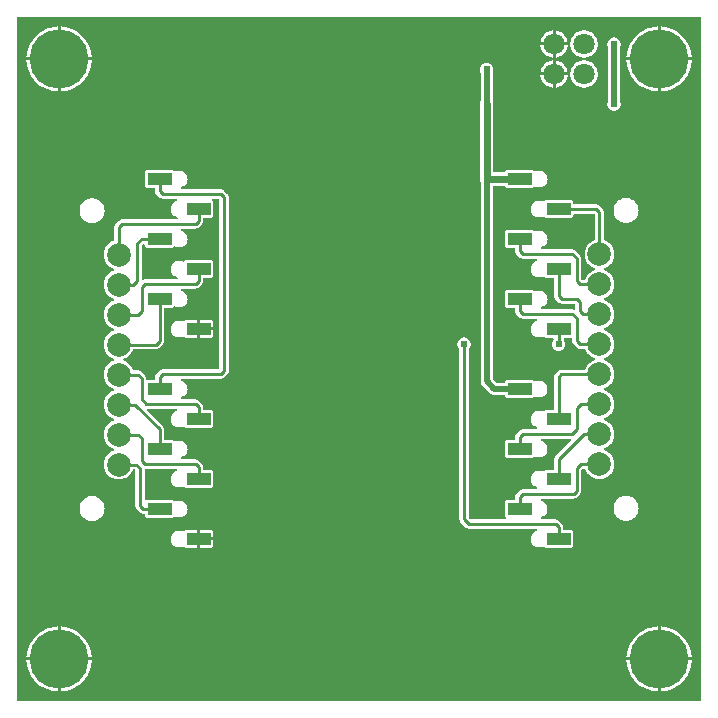
<source format=gbl>
G04 Layer: BottomLayer*
G04 EasyEDA v6.5.34, 2023-08-21 18:11:39*
G04 fdc95c5ed4774c3386f44bc390bfbdb9,5a6b42c53f6a479593ecc07194224c93,10*
G04 Gerber Generator version 0.2*
G04 Scale: 100 percent, Rotated: No, Reflected: No *
G04 Dimensions in millimeters *
G04 leading zeros omitted , absolute positions ,4 integer and 5 decimal *
%FSLAX45Y45*%
%MOMM*%

%ADD10C,0.5000*%
%ADD11C,0.6000*%
%ADD12C,0.2540*%
%ADD13R,2.0000X1.0000*%
%ADD14C,5.0000*%
%ADD15C,2.0000*%
%ADD16C,1.8000*%
%ADD17C,0.6096*%
%ADD18C,0.0110*%

%LPD*%
G36*
X5805932Y25908D02*
G01*
X36068Y26416D01*
X32156Y27178D01*
X28905Y29362D01*
X26670Y32664D01*
X25908Y36576D01*
X25908Y5805932D01*
X26670Y5809843D01*
X28905Y5813094D01*
X32156Y5815330D01*
X36068Y5816092D01*
X5805932Y5816092D01*
X5809843Y5815330D01*
X5813094Y5813094D01*
X5815330Y5809843D01*
X5816092Y5805932D01*
X5816092Y36068D01*
X5815330Y32207D01*
X5813094Y28905D01*
X5809843Y26670D01*
G37*

%LPC*%
G36*
X4456887Y5600700D02*
G01*
X4559300Y5600700D01*
X4559300Y5702960D01*
X4550308Y5701842D01*
X4536186Y5698236D01*
X4522673Y5692851D01*
X4509922Y5685840D01*
X4498136Y5677306D01*
X4487519Y5667349D01*
X4478223Y5656122D01*
X4470450Y5643829D01*
X4464253Y5630672D01*
X4459732Y5616803D01*
X4457039Y5602528D01*
G37*
G36*
X393700Y105562D02*
G01*
X398322Y105664D01*
X421284Y108051D01*
X443992Y112369D01*
X466242Y118618D01*
X487934Y126644D01*
X508812Y136499D01*
X528828Y148031D01*
X547827Y161239D01*
X565607Y175971D01*
X582117Y192125D01*
X597204Y209600D01*
X610819Y228295D01*
X622757Y248107D01*
X633018Y268782D01*
X641553Y290271D01*
X648208Y312369D01*
X653034Y334975D01*
X655929Y357936D01*
X656336Y368300D01*
X393700Y368300D01*
G37*
G36*
X5448300Y105613D02*
G01*
X5448300Y368300D01*
X5185410Y368300D01*
X5187289Y346405D01*
X5191150Y323646D01*
X5196890Y301244D01*
X5204460Y279450D01*
X5213858Y258317D01*
X5224983Y238099D01*
X5237784Y218846D01*
X5252161Y200710D01*
X5267960Y183896D01*
X5285130Y168402D01*
X5303520Y154432D01*
X5323027Y142087D01*
X5343499Y131368D01*
X5364835Y122428D01*
X5386781Y115265D01*
X5409285Y109982D01*
X5432145Y106629D01*
G37*
G36*
X368300Y105613D02*
G01*
X368300Y368300D01*
X105410Y368300D01*
X107289Y346405D01*
X111150Y323646D01*
X116890Y301244D01*
X124460Y279450D01*
X133858Y258317D01*
X144983Y238099D01*
X157784Y218846D01*
X172161Y200710D01*
X187960Y183896D01*
X205130Y168402D01*
X223520Y154432D01*
X243027Y142087D01*
X263499Y131368D01*
X284835Y122428D01*
X306781Y115265D01*
X329285Y109982D01*
X352145Y106629D01*
G37*
G36*
X393700Y393700D02*
G01*
X656336Y393700D01*
X655929Y404063D01*
X653034Y427024D01*
X648208Y449630D01*
X641553Y471728D01*
X633018Y493217D01*
X622757Y513892D01*
X610819Y533704D01*
X597204Y552348D01*
X582117Y569874D01*
X565607Y586028D01*
X547827Y600760D01*
X528828Y613968D01*
X508812Y625500D01*
X487934Y635355D01*
X466242Y643382D01*
X443992Y649630D01*
X421284Y653948D01*
X398322Y656336D01*
X393700Y656437D01*
G37*
G36*
X5473700Y393700D02*
G01*
X5736336Y393700D01*
X5735929Y404063D01*
X5733034Y427024D01*
X5728208Y449630D01*
X5721553Y471728D01*
X5713018Y493217D01*
X5702757Y513892D01*
X5690819Y533704D01*
X5677204Y552348D01*
X5662117Y569874D01*
X5645607Y586028D01*
X5627827Y600760D01*
X5608828Y613968D01*
X5588812Y625500D01*
X5567934Y635355D01*
X5546242Y643382D01*
X5523992Y649630D01*
X5501284Y653948D01*
X5478322Y656336D01*
X5473700Y656437D01*
G37*
G36*
X5185410Y393700D02*
G01*
X5448300Y393700D01*
X5448300Y656386D01*
X5432145Y655370D01*
X5409285Y652018D01*
X5386781Y646734D01*
X5364835Y639572D01*
X5343499Y630631D01*
X5323027Y619912D01*
X5303520Y607568D01*
X5285130Y593598D01*
X5267960Y578104D01*
X5252161Y561289D01*
X5237784Y543153D01*
X5224983Y523900D01*
X5213858Y503682D01*
X5204460Y482549D01*
X5196890Y460756D01*
X5191150Y438353D01*
X5187289Y415594D01*
G37*
G36*
X105410Y393700D02*
G01*
X368300Y393700D01*
X368300Y656386D01*
X352145Y655370D01*
X329285Y652018D01*
X306781Y646734D01*
X284835Y639572D01*
X263499Y630631D01*
X243027Y619912D01*
X223520Y607568D01*
X205130Y593598D01*
X187960Y578104D01*
X172161Y561289D01*
X157784Y543153D01*
X144983Y523900D01*
X133858Y503682D01*
X124460Y482549D01*
X116890Y460756D01*
X111150Y438353D01*
X107289Y415594D01*
G37*
G36*
X1574647Y1321104D02*
G01*
X1661363Y1321104D01*
X1667713Y1321816D01*
X1673148Y1323695D01*
X1678076Y1326794D01*
X1682140Y1330858D01*
X1685239Y1335786D01*
X1687169Y1341221D01*
X1687880Y1347571D01*
X1687880Y1384300D01*
X1574647Y1384300D01*
G37*
G36*
X1462532Y1321104D02*
G01*
X1549247Y1321104D01*
X1549247Y1384300D01*
X1478635Y1384300D01*
X1474724Y1385062D01*
X1471472Y1387246D01*
X1469237Y1390548D01*
X1468475Y1394460D01*
X1468475Y1399540D01*
X1469237Y1403400D01*
X1471472Y1406702D01*
X1474724Y1408938D01*
X1478635Y1409700D01*
X1549247Y1409700D01*
X1549247Y1472895D01*
X1462532Y1472895D01*
X1456182Y1472184D01*
X1450746Y1470304D01*
X1445818Y1467205D01*
X1441348Y1462684D01*
X1438046Y1460500D01*
X1434134Y1459687D01*
X1430274Y1460500D01*
X1419199Y1465072D01*
X1408277Y1467713D01*
X1397050Y1468577D01*
X1385874Y1467713D01*
X1374952Y1465072D01*
X1364589Y1460754D01*
X1354988Y1454912D01*
X1346454Y1447596D01*
X1339138Y1439062D01*
X1333296Y1429512D01*
X1328978Y1419098D01*
X1326388Y1408176D01*
X1325473Y1397000D01*
X1326388Y1385773D01*
X1328978Y1374851D01*
X1333296Y1364488D01*
X1339138Y1354937D01*
X1346454Y1346403D01*
X1354988Y1339088D01*
X1364589Y1333195D01*
X1374952Y1328928D01*
X1385874Y1326286D01*
X1397050Y1325422D01*
X1408277Y1326286D01*
X1419199Y1328928D01*
X1430274Y1333500D01*
X1434134Y1334262D01*
X1438046Y1333500D01*
X1441348Y1331315D01*
X1445818Y1326794D01*
X1450746Y1323695D01*
X1456182Y1321816D01*
G37*
G36*
X4510430Y1321104D02*
G01*
X4709312Y1321104D01*
X4715611Y1321816D01*
X4721098Y1323695D01*
X4725974Y1326794D01*
X4730089Y1330858D01*
X4733188Y1335786D01*
X4735068Y1341221D01*
X4735779Y1347571D01*
X4735779Y1446428D01*
X4735068Y1452727D01*
X4733188Y1458214D01*
X4730089Y1463090D01*
X4725974Y1467205D01*
X4721098Y1470304D01*
X4715611Y1472184D01*
X4709312Y1472895D01*
X4658664Y1472895D01*
X4654753Y1473657D01*
X4651451Y1475892D01*
X4649266Y1479194D01*
X4648504Y1483055D01*
X4648504Y1498295D01*
X4647692Y1506321D01*
X4645507Y1513535D01*
X4641951Y1520240D01*
X4636820Y1526438D01*
X4612335Y1550924D01*
X4606086Y1556054D01*
X4599432Y1559610D01*
X4592218Y1561795D01*
X4584192Y1562608D01*
X4468317Y1562608D01*
X4464253Y1563471D01*
X4460849Y1565910D01*
X4458716Y1569516D01*
X4458208Y1573682D01*
X4459427Y1577695D01*
X4462170Y1580845D01*
X4477512Y1587195D01*
X4487062Y1593088D01*
X4495596Y1600403D01*
X4502912Y1608937D01*
X4508754Y1618488D01*
X4513072Y1628851D01*
X4515662Y1639773D01*
X4516577Y1651000D01*
X4515662Y1662175D01*
X4513072Y1673098D01*
X4508754Y1683512D01*
X4502912Y1693062D01*
X4495596Y1701596D01*
X4487062Y1708912D01*
X4477512Y1714754D01*
X4462170Y1721154D01*
X4459427Y1724304D01*
X4458208Y1728317D01*
X4458665Y1732483D01*
X4460798Y1736089D01*
X4464202Y1738528D01*
X4468317Y1739392D01*
X4736592Y1739392D01*
X4744618Y1740154D01*
X4751832Y1742389D01*
X4758486Y1745945D01*
X4764735Y1751025D01*
X4789424Y1775764D01*
X4794554Y1781962D01*
X4798110Y1788617D01*
X4800295Y1795881D01*
X4801108Y1803907D01*
X4801108Y1973681D01*
X4801870Y1977593D01*
X4804054Y1980895D01*
X4810810Y1987600D01*
X4814112Y1989836D01*
X4818024Y1990598D01*
X4829606Y1990598D01*
X4833366Y1989886D01*
X4836617Y1987753D01*
X4838852Y1984603D01*
X4845100Y1970684D01*
X4852974Y1957679D01*
X4862372Y1945741D01*
X4873091Y1934972D01*
X4885080Y1925574D01*
X4898085Y1917750D01*
X4911953Y1911502D01*
X4926482Y1906981D01*
X4941417Y1904238D01*
X4956606Y1903323D01*
X4971745Y1904238D01*
X4986731Y1906981D01*
X5001209Y1911502D01*
X5015077Y1917750D01*
X5028082Y1925574D01*
X5040071Y1934972D01*
X5050840Y1945741D01*
X5060188Y1957679D01*
X5068062Y1970684D01*
X5074310Y1984552D01*
X5078831Y1999081D01*
X5081574Y2014016D01*
X5082489Y2029206D01*
X5081574Y2044395D01*
X5078831Y2059330D01*
X5074310Y2073859D01*
X5068062Y2087676D01*
X5060188Y2100732D01*
X5050840Y2112670D01*
X5040071Y2123440D01*
X5028082Y2132787D01*
X5015077Y2140661D01*
X5001158Y2146909D01*
X4998008Y2149144D01*
X4995926Y2152396D01*
X4995164Y2156206D01*
X4995926Y2160016D01*
X4998008Y2163216D01*
X5001158Y2165451D01*
X5015077Y2171750D01*
X5028082Y2179574D01*
X5040071Y2188972D01*
X5050840Y2199741D01*
X5060188Y2211679D01*
X5068062Y2224684D01*
X5074310Y2238552D01*
X5078831Y2253081D01*
X5081574Y2268016D01*
X5082489Y2283206D01*
X5081574Y2298395D01*
X5078831Y2313330D01*
X5074310Y2327859D01*
X5068062Y2341676D01*
X5060188Y2354732D01*
X5050840Y2366670D01*
X5040071Y2377440D01*
X5028082Y2386787D01*
X5015077Y2394661D01*
X5001158Y2400909D01*
X4998008Y2403144D01*
X4995926Y2406396D01*
X4995164Y2410206D01*
X4995926Y2414016D01*
X4998008Y2417216D01*
X5001158Y2419451D01*
X5015077Y2425750D01*
X5028082Y2433574D01*
X5040071Y2442972D01*
X5050840Y2453741D01*
X5060188Y2465679D01*
X5068062Y2478684D01*
X5074310Y2492552D01*
X5078831Y2507081D01*
X5081574Y2522016D01*
X5082489Y2537206D01*
X5081574Y2552395D01*
X5078831Y2567330D01*
X5074310Y2581859D01*
X5068062Y2595676D01*
X5060188Y2608732D01*
X5050840Y2620670D01*
X5040071Y2631440D01*
X5028082Y2640787D01*
X5015077Y2648661D01*
X5001158Y2654909D01*
X4998008Y2657144D01*
X4995926Y2660396D01*
X4995164Y2664206D01*
X4995926Y2668016D01*
X4998008Y2671216D01*
X5001158Y2673451D01*
X5015077Y2679750D01*
X5028082Y2687574D01*
X5040071Y2696972D01*
X5050840Y2707741D01*
X5060188Y2719679D01*
X5068062Y2732684D01*
X5074310Y2746552D01*
X5078831Y2761081D01*
X5081574Y2776016D01*
X5082489Y2791206D01*
X5081574Y2806395D01*
X5078831Y2821330D01*
X5074310Y2835859D01*
X5068062Y2849676D01*
X5060188Y2862732D01*
X5050840Y2874670D01*
X5040071Y2885440D01*
X5028082Y2894787D01*
X5015077Y2902661D01*
X5001158Y2908909D01*
X4998008Y2911144D01*
X4995926Y2914396D01*
X4995164Y2918206D01*
X4995926Y2922016D01*
X4998008Y2925216D01*
X5001158Y2927451D01*
X5015077Y2933750D01*
X5028082Y2941574D01*
X5040071Y2950972D01*
X5050840Y2961741D01*
X5060188Y2973679D01*
X5068062Y2986684D01*
X5074310Y3000552D01*
X5078831Y3015081D01*
X5081574Y3030016D01*
X5082489Y3045206D01*
X5081574Y3060395D01*
X5078831Y3075330D01*
X5074310Y3089859D01*
X5068062Y3103676D01*
X5060188Y3116732D01*
X5050840Y3128670D01*
X5040071Y3139440D01*
X5028082Y3148787D01*
X5015077Y3156661D01*
X5001158Y3162909D01*
X4998008Y3165144D01*
X4995926Y3168396D01*
X4995164Y3172206D01*
X4995926Y3176016D01*
X4998008Y3179216D01*
X5001158Y3181451D01*
X5015077Y3187750D01*
X5028082Y3195574D01*
X5040071Y3204972D01*
X5050840Y3215741D01*
X5060188Y3227679D01*
X5068062Y3240684D01*
X5074310Y3254552D01*
X5078831Y3269081D01*
X5081574Y3284016D01*
X5082489Y3299206D01*
X5081574Y3314395D01*
X5078831Y3329330D01*
X5074310Y3343859D01*
X5068062Y3357676D01*
X5060188Y3370732D01*
X5050840Y3382670D01*
X5040071Y3393440D01*
X5028082Y3402787D01*
X5015077Y3410661D01*
X5001158Y3416909D01*
X4998008Y3419144D01*
X4995926Y3422396D01*
X4995164Y3426206D01*
X4995926Y3430015D01*
X4998008Y3433216D01*
X5001158Y3435451D01*
X5015077Y3441750D01*
X5028082Y3449574D01*
X5040071Y3458972D01*
X5050840Y3469741D01*
X5060188Y3481679D01*
X5068062Y3494684D01*
X5074310Y3508552D01*
X5078831Y3523081D01*
X5081574Y3538016D01*
X5082489Y3553206D01*
X5081574Y3568395D01*
X5078831Y3583330D01*
X5074310Y3597859D01*
X5068062Y3611676D01*
X5060188Y3624732D01*
X5050840Y3636670D01*
X5040071Y3647440D01*
X5028082Y3656787D01*
X5015077Y3664661D01*
X5001158Y3670909D01*
X4998008Y3673144D01*
X4995926Y3676396D01*
X4995164Y3680206D01*
X4995926Y3684015D01*
X4998008Y3687216D01*
X5001158Y3689451D01*
X5015077Y3695750D01*
X5028082Y3703574D01*
X5040071Y3712972D01*
X5050840Y3723741D01*
X5060188Y3735679D01*
X5068062Y3748684D01*
X5074310Y3762552D01*
X5078831Y3777081D01*
X5081574Y3792016D01*
X5082489Y3807206D01*
X5081574Y3822395D01*
X5078831Y3837330D01*
X5074310Y3851859D01*
X5068062Y3865676D01*
X5060188Y3878732D01*
X5050840Y3890670D01*
X5040071Y3901440D01*
X5028082Y3910787D01*
X5015077Y3918661D01*
X5001158Y3924909D01*
X4998008Y3927144D01*
X4995926Y3930396D01*
X4995214Y3934206D01*
X4995214Y4161485D01*
X4994402Y4169511D01*
X4992217Y4176776D01*
X4988661Y4183430D01*
X4983530Y4189628D01*
X4955235Y4217924D01*
X4949037Y4223054D01*
X4942332Y4226610D01*
X4935118Y4228795D01*
X4927092Y4229608D01*
X4746091Y4229608D01*
X4742434Y4230268D01*
X4739233Y4232249D01*
X4736998Y4235196D01*
X4735982Y4238802D01*
X4735169Y4246829D01*
X4733290Y4252214D01*
X4730191Y4257090D01*
X4726127Y4261205D01*
X4721199Y4264304D01*
X4715764Y4266184D01*
X4709414Y4266895D01*
X4510582Y4266895D01*
X4504232Y4266184D01*
X4498797Y4264304D01*
X4493869Y4261205D01*
X4489399Y4256684D01*
X4486097Y4254500D01*
X4482185Y4253738D01*
X4478324Y4254500D01*
X4467250Y4259072D01*
X4456328Y4261713D01*
X4445101Y4262577D01*
X4433925Y4261713D01*
X4423003Y4259072D01*
X4412640Y4254754D01*
X4403039Y4248912D01*
X4394504Y4241596D01*
X4387189Y4233062D01*
X4381347Y4223512D01*
X4377029Y4213098D01*
X4374438Y4202176D01*
X4373524Y4191000D01*
X4374438Y4179824D01*
X4377029Y4168901D01*
X4381347Y4158487D01*
X4387189Y4148937D01*
X4394504Y4140403D01*
X4403039Y4133087D01*
X4412640Y4127246D01*
X4423003Y4122928D01*
X4433925Y4120286D01*
X4445101Y4119422D01*
X4456328Y4120286D01*
X4467250Y4122928D01*
X4478324Y4127500D01*
X4482185Y4128312D01*
X4486097Y4127500D01*
X4489399Y4125315D01*
X4493869Y4120794D01*
X4498797Y4117695D01*
X4504232Y4115815D01*
X4510582Y4115104D01*
X4709414Y4115104D01*
X4715764Y4115815D01*
X4721199Y4117695D01*
X4726127Y4120794D01*
X4730191Y4124909D01*
X4733290Y4129786D01*
X4735169Y4135170D01*
X4735982Y4143197D01*
X4736998Y4146804D01*
X4739233Y4149750D01*
X4742434Y4151731D01*
X4746091Y4152392D01*
X4907381Y4152392D01*
X4911293Y4151629D01*
X4915001Y4148988D01*
X4917186Y4145686D01*
X4917998Y4141825D01*
X4917998Y3934206D01*
X4917236Y3930396D01*
X4915154Y3927144D01*
X4912004Y3924909D01*
X4898085Y3918661D01*
X4885080Y3910787D01*
X4873091Y3901440D01*
X4862372Y3890670D01*
X4852974Y3878732D01*
X4845100Y3865676D01*
X4838903Y3851859D01*
X4834382Y3837330D01*
X4831638Y3822395D01*
X4830724Y3807206D01*
X4831638Y3792016D01*
X4834382Y3777081D01*
X4838903Y3762552D01*
X4845100Y3748684D01*
X4852974Y3735679D01*
X4862372Y3723741D01*
X4873091Y3712972D01*
X4885080Y3703574D01*
X4898085Y3695750D01*
X4912004Y3689451D01*
X4915154Y3687216D01*
X4917287Y3684015D01*
X4917998Y3680206D01*
X4917287Y3676396D01*
X4915154Y3673144D01*
X4912004Y3670909D01*
X4898085Y3664661D01*
X4885080Y3656787D01*
X4873091Y3647440D01*
X4862372Y3636670D01*
X4852974Y3624732D01*
X4845100Y3611676D01*
X4838852Y3597808D01*
X4836617Y3594658D01*
X4833416Y3592525D01*
X4829606Y3591814D01*
X4811268Y3591814D01*
X4807356Y3592576D01*
X4804105Y3594811D01*
X4801870Y3598062D01*
X4801108Y3601974D01*
X4801108Y3771392D01*
X4800295Y3779418D01*
X4798110Y3786632D01*
X4794554Y3793337D01*
X4789424Y3799535D01*
X4752035Y3836924D01*
X4745837Y3842054D01*
X4739132Y3845610D01*
X4731918Y3847795D01*
X4723892Y3848608D01*
X4468418Y3848608D01*
X4464354Y3849471D01*
X4460951Y3851910D01*
X4458817Y3855516D01*
X4458309Y3859682D01*
X4459528Y3863695D01*
X4462272Y3866845D01*
X4477613Y3873246D01*
X4487214Y3879087D01*
X4495749Y3886403D01*
X4503013Y3894937D01*
X4508906Y3904487D01*
X4513173Y3914901D01*
X4515815Y3925824D01*
X4516678Y3937000D01*
X4515815Y3948176D01*
X4513173Y3959098D01*
X4508906Y3969512D01*
X4503013Y3979062D01*
X4495749Y3987596D01*
X4487214Y3994912D01*
X4477613Y4000754D01*
X4467250Y4005072D01*
X4456328Y4007713D01*
X4445101Y4008577D01*
X4433925Y4007713D01*
X4423003Y4005072D01*
X4411776Y4000398D01*
X4407916Y3999636D01*
X4404004Y4000398D01*
X4400702Y4002633D01*
X4396130Y4007205D01*
X4391202Y4010304D01*
X4385767Y4012184D01*
X4379417Y4012895D01*
X4180586Y4012895D01*
X4174236Y4012184D01*
X4168800Y4010304D01*
X4163872Y4007205D01*
X4159808Y4003090D01*
X4156710Y3998214D01*
X4154830Y3992778D01*
X4154119Y3986428D01*
X4154119Y3887571D01*
X4154830Y3881272D01*
X4156710Y3875786D01*
X4159808Y3870909D01*
X4163872Y3866794D01*
X4168800Y3863695D01*
X4174236Y3861815D01*
X4180586Y3861104D01*
X4231132Y3861104D01*
X4235043Y3860342D01*
X4238294Y3858107D01*
X4240530Y3854805D01*
X4241292Y3850944D01*
X4241292Y3835908D01*
X4242104Y3827881D01*
X4244289Y3820668D01*
X4247845Y3813962D01*
X4252976Y3807764D01*
X4277664Y3783076D01*
X4283862Y3777945D01*
X4290568Y3774389D01*
X4297781Y3772204D01*
X4305808Y3771392D01*
X4421784Y3771392D01*
X4425899Y3770528D01*
X4429302Y3768090D01*
X4431385Y3764483D01*
X4431893Y3760317D01*
X4430674Y3756304D01*
X4427931Y3753154D01*
X4412640Y3746754D01*
X4403039Y3740912D01*
X4394504Y3733596D01*
X4387189Y3725062D01*
X4381347Y3715512D01*
X4377029Y3705098D01*
X4374438Y3694176D01*
X4373524Y3683000D01*
X4374438Y3671824D01*
X4377029Y3660901D01*
X4381347Y3650487D01*
X4387189Y3640937D01*
X4394504Y3632403D01*
X4403039Y3625087D01*
X4412640Y3619246D01*
X4423003Y3614928D01*
X4433925Y3612286D01*
X4445101Y3611422D01*
X4456328Y3612286D01*
X4467250Y3614928D01*
X4478324Y3619500D01*
X4482185Y3620312D01*
X4486097Y3619500D01*
X4489399Y3617315D01*
X4493869Y3612794D01*
X4498797Y3609695D01*
X4504232Y3607815D01*
X4510582Y3607104D01*
X4561332Y3607104D01*
X4565243Y3606342D01*
X4568494Y3604107D01*
X4570730Y3600805D01*
X4571492Y3596944D01*
X4571492Y3454908D01*
X4572304Y3446881D01*
X4574489Y3439668D01*
X4578045Y3432962D01*
X4583176Y3426764D01*
X4607864Y3402076D01*
X4614062Y3396945D01*
X4620768Y3393389D01*
X4627981Y3391204D01*
X4636008Y3390392D01*
X4739132Y3390392D01*
X4743043Y3389629D01*
X4746294Y3387394D01*
X4748530Y3384143D01*
X4749292Y3380232D01*
X4749292Y3348228D01*
X4748580Y3344519D01*
X4746599Y3341370D01*
X4743551Y3339084D01*
X4739944Y3338118D01*
X4736185Y3338525D01*
X4731918Y3339795D01*
X4723892Y3340608D01*
X4468418Y3340608D01*
X4464354Y3341471D01*
X4460951Y3343910D01*
X4458817Y3347516D01*
X4458309Y3351682D01*
X4459528Y3355695D01*
X4462272Y3358845D01*
X4477613Y3365246D01*
X4487214Y3371087D01*
X4495749Y3378403D01*
X4503013Y3386937D01*
X4508906Y3396487D01*
X4513173Y3406901D01*
X4515815Y3417824D01*
X4516678Y3429000D01*
X4515815Y3440176D01*
X4513173Y3451098D01*
X4508906Y3461512D01*
X4503013Y3471062D01*
X4495749Y3479596D01*
X4487214Y3486912D01*
X4477613Y3492754D01*
X4467250Y3497072D01*
X4456328Y3499713D01*
X4445101Y3500577D01*
X4433925Y3499713D01*
X4423003Y3497072D01*
X4411776Y3492398D01*
X4407916Y3491636D01*
X4404004Y3492398D01*
X4400702Y3494633D01*
X4396130Y3499205D01*
X4391202Y3502304D01*
X4385767Y3504184D01*
X4379417Y3504895D01*
X4180586Y3504895D01*
X4174236Y3504184D01*
X4168800Y3502304D01*
X4163872Y3499205D01*
X4159808Y3495090D01*
X4156710Y3490214D01*
X4154830Y3484778D01*
X4154119Y3478428D01*
X4154119Y3379571D01*
X4154830Y3373272D01*
X4156710Y3367786D01*
X4159808Y3362909D01*
X4163872Y3358794D01*
X4168800Y3355695D01*
X4174236Y3353815D01*
X4180586Y3353104D01*
X4231132Y3353104D01*
X4235043Y3352342D01*
X4238294Y3350107D01*
X4240530Y3346805D01*
X4241292Y3342944D01*
X4241292Y3327908D01*
X4242104Y3319881D01*
X4244289Y3312668D01*
X4247845Y3305962D01*
X4252976Y3299764D01*
X4277664Y3275076D01*
X4283862Y3269945D01*
X4290568Y3266389D01*
X4297781Y3264204D01*
X4305808Y3263392D01*
X4421784Y3263392D01*
X4425899Y3262528D01*
X4429302Y3260090D01*
X4431385Y3256483D01*
X4431893Y3252317D01*
X4430674Y3248304D01*
X4427931Y3245154D01*
X4412640Y3238754D01*
X4403039Y3232912D01*
X4394504Y3225596D01*
X4387189Y3217062D01*
X4381347Y3207512D01*
X4377029Y3197098D01*
X4374438Y3186176D01*
X4373524Y3175000D01*
X4374438Y3163824D01*
X4377029Y3152902D01*
X4381347Y3142488D01*
X4387189Y3132937D01*
X4394504Y3124403D01*
X4403039Y3117088D01*
X4412640Y3111246D01*
X4423003Y3106928D01*
X4433925Y3104286D01*
X4445101Y3103422D01*
X4456328Y3104286D01*
X4467250Y3106928D01*
X4478324Y3111500D01*
X4482185Y3112312D01*
X4486097Y3111500D01*
X4489399Y3109315D01*
X4493869Y3104794D01*
X4498797Y3101695D01*
X4504232Y3099816D01*
X4510582Y3099104D01*
X4557725Y3099104D01*
X4562043Y3098139D01*
X4565548Y3095447D01*
X4567580Y3091586D01*
X4567732Y3087166D01*
X4566056Y3083102D01*
X4561230Y3076194D01*
X4557064Y3067253D01*
X4554524Y3057804D01*
X4553661Y3048000D01*
X4554524Y3038195D01*
X4557064Y3028746D01*
X4561230Y3019806D01*
X4566869Y3011779D01*
X4573778Y3004820D01*
X4581855Y2999181D01*
X4590745Y2995066D01*
X4600244Y2992526D01*
X4609998Y2991662D01*
X4619802Y2992526D01*
X4629302Y2995066D01*
X4638192Y2999181D01*
X4646218Y3004820D01*
X4653178Y3011779D01*
X4658817Y3019806D01*
X4662982Y3028746D01*
X4665522Y3038195D01*
X4666386Y3048000D01*
X4665522Y3057804D01*
X4662982Y3067253D01*
X4658817Y3076194D01*
X4653940Y3083102D01*
X4652264Y3087166D01*
X4652467Y3091586D01*
X4654499Y3095447D01*
X4658004Y3098139D01*
X4662271Y3099104D01*
X4709414Y3099104D01*
X4712614Y3099460D01*
X4716830Y3099054D01*
X4720488Y3096920D01*
X4723028Y3093516D01*
X4723892Y3089351D01*
X4723892Y3073908D01*
X4724704Y3065881D01*
X4726889Y3058668D01*
X4730445Y3051962D01*
X4735576Y3045764D01*
X4763058Y3018282D01*
X4769256Y3013151D01*
X4775962Y3009595D01*
X4783175Y3007410D01*
X4791202Y3006598D01*
X4829606Y3006598D01*
X4833366Y3005886D01*
X4836617Y3003753D01*
X4838852Y3000603D01*
X4845100Y2986684D01*
X4852974Y2973679D01*
X4862372Y2961741D01*
X4873091Y2950972D01*
X4885080Y2941574D01*
X4898085Y2933750D01*
X4912004Y2927451D01*
X4915154Y2925216D01*
X4917287Y2922016D01*
X4917998Y2918206D01*
X4917287Y2914396D01*
X4915154Y2911144D01*
X4912004Y2908909D01*
X4898085Y2902661D01*
X4885080Y2894787D01*
X4873091Y2885440D01*
X4862372Y2874670D01*
X4852974Y2862732D01*
X4845100Y2849676D01*
X4838852Y2835808D01*
X4836617Y2832658D01*
X4833416Y2830525D01*
X4829606Y2829814D01*
X4633214Y2829814D01*
X4625187Y2829001D01*
X4617923Y2826816D01*
X4611268Y2823260D01*
X4605070Y2818130D01*
X4582922Y2796032D01*
X4577842Y2789834D01*
X4574286Y2783128D01*
X4572050Y2775915D01*
X4571288Y2767888D01*
X4571288Y2499055D01*
X4570526Y2495194D01*
X4568291Y2491892D01*
X4564989Y2489657D01*
X4561128Y2488895D01*
X4510430Y2488895D01*
X4504131Y2488184D01*
X4498644Y2486304D01*
X4493768Y2483205D01*
X4489246Y2478684D01*
X4485944Y2476500D01*
X4482084Y2475687D01*
X4478172Y2476500D01*
X4467098Y2481072D01*
X4456176Y2483713D01*
X4445000Y2484577D01*
X4433773Y2483713D01*
X4422851Y2481072D01*
X4412488Y2476754D01*
X4402937Y2470912D01*
X4394403Y2463596D01*
X4387088Y2455062D01*
X4381195Y2445512D01*
X4376928Y2435098D01*
X4374286Y2424176D01*
X4373422Y2413000D01*
X4374286Y2401773D01*
X4376928Y2390851D01*
X4381195Y2380488D01*
X4387088Y2370937D01*
X4394403Y2362403D01*
X4402937Y2355088D01*
X4412488Y2349195D01*
X4427829Y2342845D01*
X4430572Y2339695D01*
X4431792Y2335682D01*
X4431284Y2331516D01*
X4429150Y2327910D01*
X4425746Y2325471D01*
X4421682Y2324608D01*
X4305808Y2324608D01*
X4297781Y2323795D01*
X4290517Y2321610D01*
X4283862Y2318054D01*
X4277664Y2312924D01*
X4252925Y2288235D01*
X4247845Y2282037D01*
X4244289Y2275332D01*
X4242054Y2268118D01*
X4241292Y2260092D01*
X4241292Y2245055D01*
X4240530Y2241194D01*
X4238294Y2237892D01*
X4234992Y2235657D01*
X4231132Y2234895D01*
X4180433Y2234895D01*
X4174134Y2234184D01*
X4168648Y2232304D01*
X4163771Y2229205D01*
X4159656Y2225090D01*
X4156608Y2220214D01*
X4154678Y2214727D01*
X4153966Y2208428D01*
X4153966Y2109571D01*
X4154678Y2103221D01*
X4156608Y2097786D01*
X4159656Y2092858D01*
X4163771Y2088794D01*
X4168648Y2085695D01*
X4174134Y2083816D01*
X4180433Y2083104D01*
X4379315Y2083104D01*
X4385614Y2083816D01*
X4391101Y2085695D01*
X4396079Y2088845D01*
X4400804Y2093417D01*
X4404055Y2095550D01*
X4407916Y2096312D01*
X4411776Y2095550D01*
X4422851Y2090928D01*
X4433773Y2088286D01*
X4445000Y2087422D01*
X4456176Y2088286D01*
X4467098Y2090928D01*
X4477512Y2095195D01*
X4487062Y2101088D01*
X4495596Y2108403D01*
X4502912Y2116937D01*
X4508754Y2126488D01*
X4513072Y2136851D01*
X4515662Y2147773D01*
X4516577Y2159000D01*
X4515662Y2170176D01*
X4513072Y2181098D01*
X4508754Y2191512D01*
X4502912Y2201062D01*
X4495596Y2209596D01*
X4487062Y2216912D01*
X4477512Y2222754D01*
X4462170Y2229154D01*
X4459427Y2232304D01*
X4458208Y2236317D01*
X4458716Y2240483D01*
X4460798Y2244090D01*
X4464202Y2246528D01*
X4468317Y2247392D01*
X4708245Y2247392D01*
X4712157Y2246630D01*
X4715459Y2244394D01*
X4717643Y2241092D01*
X4718405Y2237232D01*
X4717643Y2233320D01*
X4715459Y2230018D01*
X4582922Y2097532D01*
X4577842Y2091334D01*
X4574286Y2084628D01*
X4572050Y2077415D01*
X4571288Y2069388D01*
X4571288Y1991055D01*
X4570526Y1987194D01*
X4568291Y1983892D01*
X4564989Y1981657D01*
X4561128Y1980895D01*
X4510430Y1980895D01*
X4504131Y1980184D01*
X4498644Y1978304D01*
X4493768Y1975205D01*
X4489246Y1970684D01*
X4485944Y1968500D01*
X4482084Y1967687D01*
X4478172Y1968500D01*
X4467098Y1973072D01*
X4456176Y1975713D01*
X4445000Y1976577D01*
X4433773Y1975713D01*
X4422851Y1973072D01*
X4412488Y1968754D01*
X4402937Y1962912D01*
X4394403Y1955596D01*
X4387088Y1947062D01*
X4381195Y1937512D01*
X4376928Y1927098D01*
X4374286Y1916175D01*
X4373422Y1905000D01*
X4374286Y1893773D01*
X4376928Y1882851D01*
X4381195Y1872488D01*
X4387088Y1862937D01*
X4394403Y1854403D01*
X4402937Y1847088D01*
X4412488Y1841195D01*
X4427829Y1834845D01*
X4430572Y1831695D01*
X4431792Y1827682D01*
X4431284Y1823516D01*
X4429150Y1819910D01*
X4425746Y1817471D01*
X4421632Y1816607D01*
X4305808Y1816607D01*
X4297781Y1815795D01*
X4290517Y1813610D01*
X4283862Y1810054D01*
X4277664Y1804924D01*
X4252925Y1780235D01*
X4247845Y1774037D01*
X4244289Y1767332D01*
X4242054Y1760118D01*
X4241292Y1752092D01*
X4241292Y1737055D01*
X4240530Y1733194D01*
X4238294Y1729892D01*
X4234992Y1727657D01*
X4231132Y1726895D01*
X4180433Y1726895D01*
X4174134Y1726184D01*
X4168648Y1724304D01*
X4163771Y1721205D01*
X4159656Y1717090D01*
X4156608Y1712214D01*
X4154678Y1706727D01*
X4153966Y1700428D01*
X4153966Y1601571D01*
X4154678Y1595221D01*
X4156608Y1589786D01*
X4159656Y1584909D01*
X4164634Y1579981D01*
X4166819Y1576679D01*
X4167581Y1572768D01*
X4166819Y1568907D01*
X4164634Y1565605D01*
X4161332Y1563370D01*
X4157421Y1562608D01*
X3868267Y1562608D01*
X3864406Y1563370D01*
X3861104Y1565605D01*
X3851554Y1575104D01*
X3849370Y1578406D01*
X3848608Y1582318D01*
X3848608Y3002991D01*
X3849370Y3006902D01*
X3851554Y3010204D01*
X3853179Y3011779D01*
X3858768Y3019806D01*
X3862933Y3028746D01*
X3865473Y3038195D01*
X3866337Y3048000D01*
X3865473Y3057804D01*
X3862933Y3067253D01*
X3858768Y3076194D01*
X3853179Y3084220D01*
X3846220Y3091180D01*
X3838143Y3096818D01*
X3829253Y3100933D01*
X3819753Y3103473D01*
X3810000Y3104337D01*
X3800195Y3103473D01*
X3790696Y3100933D01*
X3781806Y3096818D01*
X3773779Y3091180D01*
X3766820Y3084220D01*
X3761181Y3076194D01*
X3757066Y3067253D01*
X3754475Y3057804D01*
X3753662Y3048000D01*
X3754475Y3038195D01*
X3757066Y3028746D01*
X3761181Y3019806D01*
X3766820Y3011779D01*
X3768394Y3010204D01*
X3770629Y3006902D01*
X3771392Y3002991D01*
X3771392Y1562608D01*
X3772154Y1554581D01*
X3774389Y1547317D01*
X3777945Y1540662D01*
X3783025Y1534464D01*
X3820464Y1497025D01*
X3826662Y1491945D01*
X3833317Y1488389D01*
X3840581Y1486154D01*
X3848608Y1485392D01*
X4421682Y1485392D01*
X4425797Y1484528D01*
X4429201Y1482090D01*
X4431284Y1478483D01*
X4431792Y1474317D01*
X4430572Y1470304D01*
X4427829Y1467154D01*
X4412488Y1460754D01*
X4402937Y1454912D01*
X4394403Y1447596D01*
X4387088Y1439062D01*
X4381195Y1429512D01*
X4376928Y1419098D01*
X4374286Y1408176D01*
X4373422Y1397000D01*
X4374286Y1385773D01*
X4376928Y1374851D01*
X4381195Y1364488D01*
X4387088Y1354937D01*
X4394403Y1346403D01*
X4402937Y1339088D01*
X4412488Y1333195D01*
X4422851Y1328928D01*
X4433773Y1326286D01*
X4445000Y1325422D01*
X4456176Y1326286D01*
X4467098Y1328928D01*
X4478172Y1333500D01*
X4482084Y1334262D01*
X4485944Y1333500D01*
X4489246Y1331315D01*
X4493768Y1326794D01*
X4498644Y1323695D01*
X4504131Y1321816D01*
G37*
G36*
X4584700Y5600700D02*
G01*
X4687112Y5600700D01*
X4686960Y5602528D01*
X4684268Y5616803D01*
X4679746Y5630672D01*
X4673549Y5643829D01*
X4665776Y5656122D01*
X4656480Y5667349D01*
X4645863Y5677306D01*
X4634077Y5685840D01*
X4621326Y5692851D01*
X4607814Y5698236D01*
X4593691Y5701842D01*
X4584700Y5702960D01*
G37*
G36*
X105410Y5473700D02*
G01*
X368300Y5473700D01*
X368300Y5736386D01*
X352145Y5735370D01*
X329285Y5732018D01*
X306781Y5726734D01*
X284835Y5719572D01*
X263499Y5710631D01*
X243027Y5699912D01*
X223520Y5687568D01*
X205130Y5673598D01*
X187960Y5658104D01*
X172161Y5641289D01*
X157784Y5623153D01*
X144983Y5603900D01*
X133858Y5583682D01*
X124460Y5562549D01*
X116890Y5540756D01*
X111150Y5518353D01*
X107289Y5495594D01*
G37*
G36*
X1574647Y1409700D02*
G01*
X1687880Y1409700D01*
X1687880Y1446428D01*
X1687169Y1452727D01*
X1685239Y1458214D01*
X1682140Y1463090D01*
X1678076Y1467205D01*
X1673148Y1470304D01*
X1667713Y1472184D01*
X1661363Y1472895D01*
X1574647Y1472895D01*
G37*
G36*
X5185410Y5473700D02*
G01*
X5448300Y5473700D01*
X5448300Y5736386D01*
X5432145Y5735370D01*
X5409285Y5732018D01*
X5386781Y5726734D01*
X5364835Y5719572D01*
X5343499Y5710631D01*
X5323027Y5699912D01*
X5303520Y5687568D01*
X5285130Y5673598D01*
X5267960Y5658104D01*
X5252161Y5641289D01*
X5237784Y5623153D01*
X5224983Y5603900D01*
X5213858Y5583682D01*
X5204460Y5562549D01*
X5196890Y5540756D01*
X5191150Y5518353D01*
X5187289Y5495594D01*
G37*
G36*
X660400Y1549603D02*
G01*
X674217Y1550517D01*
X687781Y1553210D01*
X700938Y1557680D01*
X713333Y1563776D01*
X724865Y1571498D01*
X735279Y1580642D01*
X744423Y1591056D01*
X752094Y1602536D01*
X758240Y1614982D01*
X762660Y1628089D01*
X765403Y1641652D01*
X766267Y1655470D01*
X765403Y1669338D01*
X762660Y1682902D01*
X758240Y1696008D01*
X752094Y1708454D01*
X744423Y1719935D01*
X735279Y1730349D01*
X724865Y1739493D01*
X713333Y1747215D01*
X700938Y1753311D01*
X687781Y1757781D01*
X674217Y1760474D01*
X660400Y1761388D01*
X646582Y1760474D01*
X633018Y1757781D01*
X619861Y1753311D01*
X607466Y1747215D01*
X595934Y1739493D01*
X585520Y1730349D01*
X576376Y1719935D01*
X568706Y1708454D01*
X562559Y1696008D01*
X558139Y1682902D01*
X555396Y1669338D01*
X554532Y1655470D01*
X555396Y1641652D01*
X558139Y1628089D01*
X562559Y1614982D01*
X568706Y1602536D01*
X576376Y1591056D01*
X585520Y1580642D01*
X595934Y1571498D01*
X607466Y1563776D01*
X619861Y1557680D01*
X633018Y1553210D01*
X646582Y1550517D01*
G37*
G36*
X5181600Y1551736D02*
G01*
X5195417Y1552600D01*
X5208981Y1555343D01*
X5222138Y1559763D01*
X5234533Y1565910D01*
X5246065Y1573580D01*
X5256479Y1582724D01*
X5265623Y1593138D01*
X5273294Y1604670D01*
X5279440Y1617065D01*
X5283860Y1630222D01*
X5286603Y1643786D01*
X5287467Y1657604D01*
X5286603Y1671421D01*
X5283860Y1684985D01*
X5279440Y1698142D01*
X5273294Y1710537D01*
X5265623Y1722069D01*
X5256479Y1732483D01*
X5246065Y1741627D01*
X5234533Y1749298D01*
X5222138Y1755444D01*
X5208981Y1759864D01*
X5195417Y1762607D01*
X5181600Y1763471D01*
X5167782Y1762607D01*
X5154218Y1759864D01*
X5141061Y1755444D01*
X5128666Y1749298D01*
X5117134Y1741627D01*
X5106720Y1732483D01*
X5097576Y1722069D01*
X5089906Y1710537D01*
X5083759Y1698142D01*
X5079339Y1684985D01*
X5076596Y1671421D01*
X5075732Y1657604D01*
X5076596Y1643786D01*
X5079339Y1630222D01*
X5083759Y1617065D01*
X5089906Y1604670D01*
X5097576Y1593138D01*
X5106720Y1582724D01*
X5117134Y1573580D01*
X5128666Y1565910D01*
X5141061Y1559763D01*
X5154218Y1555343D01*
X5167782Y1552600D01*
G37*
G36*
X393700Y5473700D02*
G01*
X656336Y5473700D01*
X655929Y5484063D01*
X653034Y5507024D01*
X648208Y5529630D01*
X641553Y5551728D01*
X633018Y5573217D01*
X622757Y5593892D01*
X610819Y5613704D01*
X597204Y5632348D01*
X582117Y5649874D01*
X565607Y5666028D01*
X547827Y5680760D01*
X528828Y5693968D01*
X508812Y5705500D01*
X487934Y5715355D01*
X466242Y5723382D01*
X443992Y5729630D01*
X421284Y5733948D01*
X398322Y5736336D01*
X393700Y5736437D01*
G37*
G36*
X1132535Y1575104D02*
G01*
X1331366Y1575104D01*
X1337716Y1575816D01*
X1343152Y1577695D01*
X1348130Y1580845D01*
X1352854Y1585417D01*
X1356156Y1587550D01*
X1360017Y1588312D01*
X1363827Y1587550D01*
X1374952Y1582928D01*
X1385874Y1580286D01*
X1397050Y1579422D01*
X1408277Y1580286D01*
X1419199Y1582928D01*
X1429562Y1587195D01*
X1439164Y1593088D01*
X1447698Y1600403D01*
X1454962Y1608937D01*
X1460855Y1618488D01*
X1465122Y1628851D01*
X1467764Y1639773D01*
X1468628Y1651000D01*
X1467764Y1662175D01*
X1465122Y1673098D01*
X1460855Y1683512D01*
X1454962Y1693062D01*
X1447698Y1701596D01*
X1439164Y1708912D01*
X1429562Y1714754D01*
X1419199Y1719072D01*
X1408277Y1721713D01*
X1397050Y1722577D01*
X1385874Y1721713D01*
X1374952Y1719072D01*
X1363726Y1714398D01*
X1359865Y1713636D01*
X1355953Y1714398D01*
X1352651Y1716582D01*
X1348079Y1721205D01*
X1343152Y1724304D01*
X1337716Y1726184D01*
X1331366Y1726895D01*
X1132535Y1726895D01*
X1126185Y1726184D01*
X1116685Y1722932D01*
X1112469Y1723339D01*
X1108811Y1725472D01*
X1106271Y1728876D01*
X1105408Y1733042D01*
X1105408Y1983232D01*
X1106170Y1987143D01*
X1108405Y1990394D01*
X1111656Y1992630D01*
X1115568Y1993392D01*
X1373784Y1993392D01*
X1377848Y1992528D01*
X1381252Y1990089D01*
X1383385Y1986483D01*
X1383893Y1982317D01*
X1382674Y1978304D01*
X1379931Y1975154D01*
X1364589Y1968754D01*
X1354988Y1962912D01*
X1346454Y1955596D01*
X1339138Y1947062D01*
X1333296Y1937512D01*
X1328978Y1927098D01*
X1326388Y1916175D01*
X1325473Y1905000D01*
X1326388Y1893773D01*
X1328978Y1882851D01*
X1333296Y1872488D01*
X1339138Y1862937D01*
X1346454Y1854403D01*
X1354988Y1847088D01*
X1364589Y1841195D01*
X1374952Y1836928D01*
X1385874Y1834286D01*
X1397050Y1833422D01*
X1408277Y1834286D01*
X1419199Y1836928D01*
X1430274Y1841500D01*
X1434134Y1842262D01*
X1438046Y1841500D01*
X1441348Y1839315D01*
X1445818Y1834794D01*
X1450746Y1831695D01*
X1456182Y1829816D01*
X1462532Y1829104D01*
X1661363Y1829104D01*
X1667713Y1829816D01*
X1673148Y1831695D01*
X1678076Y1834794D01*
X1682140Y1838858D01*
X1685239Y1843786D01*
X1687169Y1849221D01*
X1687880Y1855571D01*
X1687880Y1954428D01*
X1687169Y1960727D01*
X1685239Y1966214D01*
X1682140Y1971090D01*
X1678076Y1975205D01*
X1673148Y1978304D01*
X1667713Y1980184D01*
X1661363Y1980895D01*
X1610614Y1980895D01*
X1606702Y1981657D01*
X1603451Y1983892D01*
X1601216Y1987194D01*
X1600454Y1991055D01*
X1600454Y2005888D01*
X1599742Y2013457D01*
X1597609Y2020722D01*
X1594104Y2027428D01*
X1589074Y2033727D01*
X1564640Y2058670D01*
X1558442Y2063851D01*
X1551787Y2067458D01*
X1544624Y2069744D01*
X1536192Y2070607D01*
X1420418Y2070607D01*
X1416304Y2071471D01*
X1412900Y2073910D01*
X1410766Y2077516D01*
X1410309Y2081682D01*
X1411528Y2085695D01*
X1414272Y2088845D01*
X1429562Y2095195D01*
X1439164Y2101088D01*
X1447698Y2108403D01*
X1454962Y2116937D01*
X1460855Y2126488D01*
X1465122Y2136851D01*
X1467764Y2147773D01*
X1468628Y2159000D01*
X1467764Y2170176D01*
X1465122Y2181098D01*
X1460855Y2191512D01*
X1454962Y2201062D01*
X1447698Y2209596D01*
X1439164Y2216912D01*
X1429562Y2222754D01*
X1419199Y2227072D01*
X1408277Y2229713D01*
X1397050Y2230577D01*
X1385874Y2229713D01*
X1374952Y2227072D01*
X1363726Y2222398D01*
X1359865Y2221636D01*
X1355953Y2222398D01*
X1352651Y2224582D01*
X1348079Y2229205D01*
X1343152Y2232304D01*
X1337716Y2234184D01*
X1331366Y2234895D01*
X1280718Y2234895D01*
X1276858Y2235657D01*
X1273556Y2237892D01*
X1271371Y2241194D01*
X1270558Y2245055D01*
X1270558Y2323541D01*
X1269796Y2331567D01*
X1267612Y2338781D01*
X1264005Y2345436D01*
X1258925Y2351684D01*
X1126540Y2484069D01*
X1124356Y2487320D01*
X1123543Y2491232D01*
X1124356Y2495143D01*
X1126540Y2498394D01*
X1129842Y2500630D01*
X1133703Y2501392D01*
X1373784Y2501392D01*
X1377848Y2500528D01*
X1381252Y2498090D01*
X1383385Y2494483D01*
X1383893Y2490317D01*
X1382674Y2486304D01*
X1379931Y2483154D01*
X1364589Y2476754D01*
X1354988Y2470912D01*
X1346454Y2463596D01*
X1339138Y2455062D01*
X1333296Y2445512D01*
X1328978Y2435098D01*
X1326388Y2424176D01*
X1325473Y2413000D01*
X1326388Y2401773D01*
X1328978Y2390851D01*
X1333296Y2380488D01*
X1339138Y2370937D01*
X1346454Y2362403D01*
X1354988Y2355088D01*
X1364589Y2349195D01*
X1374952Y2344928D01*
X1385874Y2342286D01*
X1397050Y2341422D01*
X1408277Y2342286D01*
X1419199Y2344928D01*
X1430274Y2349500D01*
X1434134Y2350262D01*
X1438046Y2349500D01*
X1441348Y2347315D01*
X1445818Y2342794D01*
X1450746Y2339695D01*
X1456182Y2337816D01*
X1462532Y2337104D01*
X1661363Y2337104D01*
X1667713Y2337816D01*
X1673148Y2339695D01*
X1678076Y2342794D01*
X1682140Y2346858D01*
X1685239Y2351786D01*
X1687169Y2357221D01*
X1687880Y2363571D01*
X1687880Y2462428D01*
X1687169Y2468727D01*
X1685239Y2474214D01*
X1682140Y2479090D01*
X1678076Y2483205D01*
X1673148Y2486304D01*
X1667713Y2488184D01*
X1661363Y2488895D01*
X1610614Y2488895D01*
X1606702Y2489657D01*
X1603451Y2491892D01*
X1601216Y2495194D01*
X1600454Y2499055D01*
X1600454Y2513888D01*
X1599742Y2521458D01*
X1597609Y2528722D01*
X1594104Y2535428D01*
X1589074Y2541727D01*
X1564640Y2566670D01*
X1558442Y2571851D01*
X1551787Y2575458D01*
X1544624Y2577744D01*
X1536192Y2578608D01*
X1420418Y2578608D01*
X1416304Y2579471D01*
X1412900Y2581910D01*
X1410766Y2585516D01*
X1410309Y2589682D01*
X1411528Y2593695D01*
X1414272Y2596845D01*
X1429562Y2603195D01*
X1439164Y2609088D01*
X1447698Y2616403D01*
X1454962Y2624937D01*
X1460855Y2634488D01*
X1465122Y2644851D01*
X1467764Y2655773D01*
X1468628Y2667000D01*
X1467764Y2678176D01*
X1465122Y2689098D01*
X1460855Y2699512D01*
X1454962Y2709062D01*
X1447698Y2717596D01*
X1439164Y2724912D01*
X1429562Y2730754D01*
X1414221Y2737154D01*
X1411478Y2740304D01*
X1410258Y2744317D01*
X1410766Y2748483D01*
X1412849Y2752090D01*
X1416253Y2754528D01*
X1420368Y2755392D01*
X1752092Y2755392D01*
X1760118Y2756204D01*
X1767332Y2758389D01*
X1774037Y2761945D01*
X1780235Y2767076D01*
X1804924Y2791764D01*
X1810054Y2797962D01*
X1813610Y2804668D01*
X1815795Y2811881D01*
X1816607Y2819908D01*
X1816607Y4292092D01*
X1815795Y4300118D01*
X1813610Y4307332D01*
X1810054Y4314037D01*
X1804924Y4320235D01*
X1780235Y4344924D01*
X1774037Y4350054D01*
X1767332Y4353610D01*
X1760118Y4355795D01*
X1752092Y4356608D01*
X1420520Y4356608D01*
X1416405Y4357471D01*
X1413002Y4359910D01*
X1410868Y4363516D01*
X1410411Y4367682D01*
X1411630Y4371695D01*
X1414373Y4374845D01*
X1429715Y4381246D01*
X1439265Y4387088D01*
X1447800Y4394403D01*
X1455115Y4402937D01*
X1460957Y4412488D01*
X1465275Y4422902D01*
X1467866Y4433824D01*
X1468780Y4445000D01*
X1467866Y4456176D01*
X1465275Y4467098D01*
X1460957Y4477512D01*
X1455115Y4487062D01*
X1447800Y4495596D01*
X1439265Y4502912D01*
X1429715Y4508754D01*
X1419301Y4513072D01*
X1408379Y4515713D01*
X1397203Y4516577D01*
X1385976Y4515713D01*
X1375105Y4513072D01*
X1363878Y4508398D01*
X1359966Y4507636D01*
X1356106Y4508398D01*
X1352804Y4510633D01*
X1348181Y4515205D01*
X1343304Y4518304D01*
X1337818Y4520184D01*
X1331518Y4520895D01*
X1132636Y4520895D01*
X1126337Y4520184D01*
X1120851Y4518304D01*
X1115974Y4515205D01*
X1111859Y4511090D01*
X1108811Y4506214D01*
X1106881Y4500778D01*
X1106170Y4494428D01*
X1106170Y4395571D01*
X1106881Y4389272D01*
X1108811Y4383786D01*
X1111859Y4378909D01*
X1115974Y4374794D01*
X1120851Y4371695D01*
X1126337Y4369816D01*
X1132636Y4369104D01*
X1183386Y4369104D01*
X1187297Y4368342D01*
X1190548Y4366107D01*
X1192784Y4362805D01*
X1193546Y4358944D01*
X1193546Y4343654D01*
X1194358Y4335627D01*
X1196543Y4328414D01*
X1200099Y4321708D01*
X1205230Y4315510D01*
X1229664Y4291076D01*
X1235862Y4285945D01*
X1242568Y4282389D01*
X1249781Y4280204D01*
X1257808Y4279392D01*
X1373835Y4279392D01*
X1377950Y4278528D01*
X1381353Y4276090D01*
X1383487Y4272483D01*
X1383995Y4268317D01*
X1382776Y4264304D01*
X1380032Y4261154D01*
X1364691Y4254754D01*
X1355140Y4248912D01*
X1346606Y4241596D01*
X1339291Y4233062D01*
X1333398Y4223512D01*
X1329131Y4213098D01*
X1326489Y4202176D01*
X1325626Y4191000D01*
X1326489Y4179824D01*
X1329131Y4168901D01*
X1333398Y4158487D01*
X1339291Y4148937D01*
X1346606Y4140403D01*
X1355140Y4133087D01*
X1364691Y4127246D01*
X1380032Y4120845D01*
X1382776Y4117695D01*
X1383995Y4113682D01*
X1383487Y4109516D01*
X1381404Y4105910D01*
X1378000Y4103471D01*
X1373886Y4102608D01*
X914908Y4102608D01*
X906881Y4101795D01*
X899668Y4099610D01*
X892962Y4096054D01*
X886764Y4090924D01*
X858519Y4062679D01*
X853389Y4056481D01*
X849833Y4049776D01*
X847648Y4042562D01*
X846836Y4034536D01*
X846836Y3932123D01*
X846124Y3928313D01*
X843991Y3925062D01*
X840841Y3922826D01*
X826922Y3916578D01*
X813917Y3908704D01*
X801928Y3899357D01*
X791159Y3888587D01*
X781812Y3876598D01*
X773938Y3863594D01*
X767689Y3849725D01*
X763168Y3835247D01*
X760425Y3820261D01*
X759510Y3805123D01*
X760425Y3789934D01*
X763168Y3774998D01*
X767689Y3760470D01*
X773938Y3746601D01*
X781812Y3733596D01*
X791159Y3721608D01*
X801928Y3710889D01*
X813917Y3701491D01*
X826922Y3693617D01*
X840841Y3687368D01*
X843991Y3685133D01*
X846074Y3681882D01*
X846836Y3678123D01*
X846074Y3674313D01*
X843991Y3671062D01*
X840841Y3668826D01*
X826922Y3662578D01*
X813917Y3654704D01*
X801928Y3645357D01*
X791159Y3634587D01*
X781812Y3622598D01*
X773938Y3609594D01*
X767689Y3595725D01*
X763168Y3581247D01*
X760425Y3566261D01*
X759510Y3551123D01*
X760425Y3535934D01*
X763168Y3520998D01*
X767689Y3506470D01*
X773938Y3492601D01*
X781812Y3479596D01*
X791159Y3467608D01*
X801928Y3456889D01*
X813917Y3447491D01*
X826922Y3439617D01*
X840841Y3433368D01*
X843991Y3431133D01*
X846074Y3427882D01*
X846836Y3424123D01*
X846074Y3420313D01*
X843991Y3417062D01*
X840841Y3414826D01*
X826922Y3408578D01*
X813917Y3400704D01*
X801928Y3391357D01*
X791159Y3380587D01*
X781812Y3368598D01*
X773938Y3355594D01*
X767689Y3341725D01*
X763168Y3327247D01*
X760425Y3312261D01*
X759510Y3297123D01*
X760425Y3281934D01*
X763168Y3266998D01*
X767689Y3252470D01*
X773938Y3238601D01*
X781812Y3225596D01*
X791159Y3213608D01*
X801928Y3202889D01*
X813917Y3193491D01*
X826922Y3185617D01*
X840841Y3179368D01*
X843991Y3177133D01*
X846074Y3173882D01*
X846836Y3170123D01*
X846074Y3166313D01*
X843991Y3163062D01*
X840841Y3160826D01*
X826922Y3154578D01*
X813917Y3146704D01*
X801928Y3137357D01*
X791159Y3126587D01*
X781812Y3114598D01*
X773938Y3101594D01*
X767689Y3087725D01*
X763168Y3073247D01*
X760425Y3058261D01*
X759510Y3043123D01*
X760425Y3027934D01*
X763168Y3012998D01*
X767689Y2998470D01*
X773938Y2984601D01*
X781812Y2971596D01*
X791159Y2959608D01*
X801928Y2948889D01*
X813917Y2939491D01*
X826922Y2931617D01*
X840841Y2925368D01*
X843991Y2923133D01*
X846074Y2919882D01*
X846836Y2916123D01*
X846074Y2912313D01*
X843991Y2909062D01*
X840841Y2906826D01*
X826922Y2900578D01*
X813917Y2892704D01*
X801928Y2883357D01*
X791159Y2872587D01*
X781812Y2860598D01*
X773938Y2847594D01*
X767689Y2833725D01*
X763168Y2819247D01*
X760425Y2804261D01*
X759510Y2789123D01*
X760425Y2773934D01*
X763168Y2758998D01*
X767689Y2744470D01*
X773938Y2730601D01*
X781812Y2717596D01*
X791159Y2705608D01*
X801928Y2694889D01*
X813917Y2685491D01*
X826922Y2677617D01*
X840841Y2671368D01*
X843991Y2669133D01*
X846074Y2665882D01*
X846836Y2662123D01*
X846074Y2658313D01*
X843991Y2655062D01*
X840841Y2652826D01*
X826922Y2646578D01*
X813917Y2638704D01*
X801928Y2629357D01*
X791159Y2618587D01*
X781812Y2606598D01*
X773938Y2593594D01*
X767689Y2579725D01*
X763168Y2565247D01*
X760425Y2550261D01*
X759510Y2535123D01*
X760425Y2519934D01*
X763168Y2504998D01*
X767689Y2490470D01*
X773938Y2476601D01*
X781812Y2463596D01*
X791159Y2451608D01*
X801928Y2440889D01*
X813917Y2431491D01*
X826922Y2423617D01*
X840841Y2417368D01*
X843991Y2415133D01*
X846074Y2411882D01*
X846836Y2408123D01*
X846074Y2404313D01*
X843991Y2401062D01*
X840841Y2398826D01*
X826922Y2392578D01*
X813917Y2384704D01*
X801928Y2375357D01*
X791159Y2364587D01*
X781812Y2352598D01*
X773938Y2339594D01*
X767689Y2325725D01*
X763168Y2311247D01*
X760425Y2296261D01*
X759510Y2281123D01*
X760425Y2265934D01*
X763168Y2250998D01*
X767689Y2236470D01*
X773938Y2222601D01*
X781812Y2209596D01*
X791159Y2197608D01*
X801928Y2186889D01*
X813917Y2177491D01*
X826922Y2169617D01*
X840841Y2163368D01*
X843991Y2161133D01*
X846074Y2157882D01*
X846836Y2154123D01*
X846074Y2150313D01*
X843991Y2147062D01*
X840841Y2144826D01*
X826922Y2138578D01*
X813917Y2130704D01*
X801928Y2121357D01*
X791159Y2110587D01*
X781812Y2098598D01*
X773938Y2085593D01*
X767689Y2071725D01*
X763168Y2057247D01*
X760425Y2042261D01*
X759510Y2027123D01*
X760425Y2011934D01*
X763168Y1996998D01*
X767689Y1982470D01*
X773938Y1968601D01*
X781812Y1955596D01*
X791159Y1943607D01*
X801928Y1932889D01*
X813917Y1923491D01*
X826922Y1915617D01*
X840790Y1909419D01*
X855268Y1904898D01*
X870254Y1902155D01*
X885393Y1901240D01*
X900582Y1902155D01*
X915517Y1904898D01*
X930046Y1909419D01*
X943914Y1915617D01*
X956919Y1923491D01*
X968908Y1932889D01*
X979627Y1943607D01*
X989025Y1955596D01*
X996899Y1968601D01*
X1003147Y1982520D01*
X1005382Y1985670D01*
X1008583Y1987753D01*
X1013409Y1988464D01*
X1017269Y1987702D01*
X1020571Y1985518D01*
X1025194Y1980895D01*
X1027430Y1977593D01*
X1028192Y1973681D01*
X1028192Y1676907D01*
X1029004Y1668881D01*
X1031189Y1661617D01*
X1034745Y1654962D01*
X1039825Y1648764D01*
X1064564Y1624025D01*
X1070762Y1618945D01*
X1077417Y1615389D01*
X1084681Y1613204D01*
X1092708Y1612392D01*
X1095908Y1612392D01*
X1099566Y1611731D01*
X1102715Y1609750D01*
X1104950Y1606804D01*
X1106017Y1603197D01*
X1106779Y1595170D01*
X1108659Y1589786D01*
X1111758Y1584858D01*
X1115822Y1580794D01*
X1120749Y1577695D01*
X1126185Y1575816D01*
G37*
G36*
X5473700Y5473700D02*
G01*
X5736336Y5473700D01*
X5735929Y5484063D01*
X5733034Y5507024D01*
X5728208Y5529630D01*
X5721553Y5551728D01*
X5713018Y5573217D01*
X5702757Y5593892D01*
X5690819Y5613704D01*
X5677204Y5632348D01*
X5662117Y5649874D01*
X5645607Y5666028D01*
X5627827Y5680760D01*
X5608828Y5693968D01*
X5588812Y5705500D01*
X5567934Y5715355D01*
X5546242Y5723382D01*
X5523992Y5729630D01*
X5501284Y5733948D01*
X5478322Y5736336D01*
X5473700Y5736437D01*
G37*
G36*
X4559300Y5473039D02*
G01*
X4559300Y5575300D01*
X4456887Y5575300D01*
X4457039Y5573471D01*
X4459732Y5559196D01*
X4464253Y5545328D01*
X4470450Y5532170D01*
X4478223Y5519877D01*
X4487519Y5508650D01*
X4498136Y5498693D01*
X4509922Y5490159D01*
X4522673Y5483148D01*
X4536186Y5477764D01*
X4550308Y5474157D01*
G37*
G36*
X4584700Y5473039D02*
G01*
X4593691Y5474157D01*
X4607814Y5477764D01*
X4621326Y5483148D01*
X4634077Y5490159D01*
X4645863Y5498693D01*
X4656480Y5508650D01*
X4665776Y5519877D01*
X4673549Y5532170D01*
X4679746Y5545328D01*
X4684268Y5559196D01*
X4686960Y5573471D01*
X4687112Y5575300D01*
X4584700Y5575300D01*
G37*
G36*
X4818735Y5472328D02*
G01*
X4833264Y5472328D01*
X4847691Y5474157D01*
X4861814Y5477764D01*
X4875326Y5483148D01*
X4888077Y5490159D01*
X4899863Y5498693D01*
X4910480Y5508650D01*
X4919776Y5519877D01*
X4927549Y5532170D01*
X4933746Y5545328D01*
X4938268Y5559196D01*
X4940960Y5573471D01*
X4941874Y5588000D01*
X4940960Y5602528D01*
X4938268Y5616803D01*
X4933746Y5630672D01*
X4927549Y5643829D01*
X4919776Y5656122D01*
X4910480Y5667349D01*
X4899863Y5677306D01*
X4888077Y5685840D01*
X4875326Y5692851D01*
X4861814Y5698236D01*
X4847691Y5701842D01*
X4833264Y5703671D01*
X4818735Y5703671D01*
X4804308Y5701842D01*
X4790186Y5698236D01*
X4776673Y5692851D01*
X4763922Y5685840D01*
X4752136Y5677306D01*
X4741519Y5667349D01*
X4732223Y5656122D01*
X4724450Y5643829D01*
X4718253Y5630672D01*
X4713732Y5616803D01*
X4711039Y5602528D01*
X4710125Y5588000D01*
X4711039Y5573471D01*
X4713732Y5559196D01*
X4718253Y5545328D01*
X4724450Y5532170D01*
X4732223Y5519877D01*
X4741519Y5508650D01*
X4752136Y5498693D01*
X4763922Y5490159D01*
X4776673Y5483148D01*
X4790186Y5477764D01*
X4804308Y5474157D01*
G37*
G36*
X4456887Y5346700D02*
G01*
X4559300Y5346700D01*
X4559300Y5448960D01*
X4550308Y5447842D01*
X4536186Y5444236D01*
X4522673Y5438851D01*
X4509922Y5431840D01*
X4498136Y5423306D01*
X4487519Y5413349D01*
X4478223Y5402122D01*
X4470450Y5389829D01*
X4464253Y5376672D01*
X4459732Y5362803D01*
X4457039Y5348528D01*
G37*
G36*
X4584700Y5346700D02*
G01*
X4687112Y5346700D01*
X4686960Y5348528D01*
X4684268Y5362803D01*
X4679746Y5376672D01*
X4673549Y5389829D01*
X4665776Y5402122D01*
X4656480Y5413349D01*
X4645863Y5423306D01*
X4634077Y5431840D01*
X4621326Y5438851D01*
X4607814Y5444236D01*
X4593691Y5447842D01*
X4584700Y5448960D01*
G37*
G36*
X4559300Y5219039D02*
G01*
X4559300Y5321300D01*
X4456887Y5321300D01*
X4457039Y5319471D01*
X4459732Y5305196D01*
X4464253Y5291328D01*
X4470450Y5278170D01*
X4478223Y5265877D01*
X4487519Y5254650D01*
X4498136Y5244693D01*
X4509922Y5236159D01*
X4522673Y5229148D01*
X4536186Y5223764D01*
X4550308Y5220157D01*
G37*
G36*
X4584700Y5219039D02*
G01*
X4593691Y5220157D01*
X4607814Y5223764D01*
X4621326Y5229148D01*
X4634077Y5236159D01*
X4645863Y5244693D01*
X4656480Y5254650D01*
X4665776Y5265877D01*
X4673549Y5278170D01*
X4679746Y5291328D01*
X4684268Y5305196D01*
X4686960Y5319471D01*
X4687112Y5321300D01*
X4584700Y5321300D01*
G37*
G36*
X4818735Y5218328D02*
G01*
X4833264Y5218328D01*
X4847691Y5220157D01*
X4861814Y5223764D01*
X4875326Y5229148D01*
X4888077Y5236159D01*
X4899863Y5244693D01*
X4910480Y5254650D01*
X4919776Y5265877D01*
X4927549Y5278170D01*
X4933746Y5291328D01*
X4938268Y5305196D01*
X4940960Y5319471D01*
X4941874Y5334000D01*
X4940960Y5348528D01*
X4938268Y5362803D01*
X4933746Y5376672D01*
X4927549Y5389829D01*
X4919776Y5402122D01*
X4910480Y5413349D01*
X4899863Y5423306D01*
X4888077Y5431840D01*
X4875326Y5438851D01*
X4861814Y5444236D01*
X4847691Y5447842D01*
X4833264Y5449671D01*
X4818735Y5449671D01*
X4804308Y5447842D01*
X4790186Y5444236D01*
X4776673Y5438851D01*
X4763922Y5431840D01*
X4752136Y5423306D01*
X4741519Y5413349D01*
X4732223Y5402122D01*
X4724450Y5389829D01*
X4718253Y5376672D01*
X4713732Y5362803D01*
X4711039Y5348528D01*
X4710125Y5334000D01*
X4711039Y5319471D01*
X4713732Y5305196D01*
X4718253Y5291328D01*
X4724450Y5278170D01*
X4732223Y5265877D01*
X4741519Y5254650D01*
X4752136Y5244693D01*
X4763922Y5236159D01*
X4776673Y5229148D01*
X4790186Y5223764D01*
X4804308Y5220157D01*
G37*
G36*
X368300Y5185613D02*
G01*
X368300Y5448300D01*
X105410Y5448300D01*
X107289Y5426405D01*
X111150Y5403646D01*
X116890Y5381244D01*
X124460Y5359450D01*
X133858Y5338318D01*
X144983Y5318099D01*
X157784Y5298846D01*
X172161Y5280710D01*
X187960Y5263896D01*
X205130Y5248402D01*
X223520Y5234432D01*
X243027Y5222087D01*
X263499Y5211368D01*
X284835Y5202428D01*
X306781Y5195265D01*
X329285Y5189982D01*
X352145Y5186629D01*
G37*
G36*
X5448300Y5185613D02*
G01*
X5448300Y5448300D01*
X5185410Y5448300D01*
X5187289Y5426405D01*
X5191150Y5403646D01*
X5196890Y5381244D01*
X5204460Y5359450D01*
X5213858Y5338318D01*
X5224983Y5318099D01*
X5237784Y5298846D01*
X5252161Y5280710D01*
X5267960Y5263896D01*
X5285130Y5248402D01*
X5303520Y5234432D01*
X5323027Y5222087D01*
X5343499Y5211368D01*
X5364835Y5202428D01*
X5386781Y5195265D01*
X5409285Y5189982D01*
X5432145Y5186629D01*
G37*
G36*
X393700Y5185562D02*
G01*
X398322Y5185664D01*
X421284Y5188051D01*
X443992Y5192369D01*
X466242Y5198618D01*
X487934Y5206644D01*
X508812Y5216499D01*
X528828Y5228031D01*
X547827Y5241239D01*
X565607Y5255971D01*
X582117Y5272125D01*
X597204Y5289600D01*
X610819Y5308295D01*
X622757Y5328107D01*
X633018Y5348782D01*
X641553Y5370271D01*
X648208Y5392369D01*
X653034Y5414975D01*
X655929Y5437936D01*
X656336Y5448300D01*
X393700Y5448300D01*
G37*
G36*
X5473700Y5185562D02*
G01*
X5478322Y5185664D01*
X5501284Y5188051D01*
X5523992Y5192369D01*
X5546242Y5198618D01*
X5567934Y5206644D01*
X5588812Y5216499D01*
X5608828Y5228031D01*
X5627827Y5241239D01*
X5645607Y5255971D01*
X5662117Y5272125D01*
X5677204Y5289600D01*
X5690819Y5308295D01*
X5702757Y5328107D01*
X5713018Y5348782D01*
X5721553Y5370271D01*
X5728208Y5392369D01*
X5733034Y5414975D01*
X5735929Y5437936D01*
X5736336Y5448300D01*
X5473700Y5448300D01*
G37*
G36*
X5080000Y5023612D02*
G01*
X5089804Y5024475D01*
X5099253Y5027015D01*
X5108194Y5031181D01*
X5116220Y5036820D01*
X5123180Y5043728D01*
X5128818Y5051806D01*
X5132933Y5060696D01*
X5135473Y5070195D01*
X5136337Y5079949D01*
X5135473Y5089753D01*
X5132933Y5099253D01*
X5131866Y5101590D01*
X5130901Y5105908D01*
X5130901Y5562041D01*
X5131866Y5566359D01*
X5132933Y5568746D01*
X5135473Y5578195D01*
X5136337Y5588000D01*
X5135473Y5597804D01*
X5132933Y5607253D01*
X5128818Y5616194D01*
X5123180Y5624220D01*
X5116220Y5631180D01*
X5108194Y5636818D01*
X5099253Y5640933D01*
X5089804Y5643473D01*
X5080000Y5644337D01*
X5070195Y5643473D01*
X5060746Y5640933D01*
X5051806Y5636818D01*
X5043779Y5631180D01*
X5036820Y5624220D01*
X5031181Y5616194D01*
X5027066Y5607253D01*
X5024526Y5597804D01*
X5023662Y5588000D01*
X5024526Y5578195D01*
X5027066Y5568746D01*
X5028133Y5566410D01*
X5029098Y5562142D01*
X5029098Y5105857D01*
X5028133Y5101539D01*
X5027066Y5099253D01*
X5024526Y5089753D01*
X5023662Y5079949D01*
X5024526Y5070195D01*
X5027066Y5060696D01*
X5031181Y5051806D01*
X5036820Y5043728D01*
X5043779Y5036820D01*
X5051806Y5031181D01*
X5060746Y5027015D01*
X5070195Y5024475D01*
G37*
G36*
X4180433Y2591104D02*
G01*
X4379315Y2591104D01*
X4385614Y2591816D01*
X4391101Y2593695D01*
X4396079Y2596845D01*
X4400804Y2601417D01*
X4404055Y2603550D01*
X4407916Y2604312D01*
X4411776Y2603550D01*
X4422851Y2598928D01*
X4433773Y2596286D01*
X4445000Y2595422D01*
X4456176Y2596286D01*
X4467098Y2598928D01*
X4477512Y2603195D01*
X4487062Y2609088D01*
X4495596Y2616403D01*
X4502912Y2624937D01*
X4508754Y2634488D01*
X4513072Y2644851D01*
X4515662Y2655773D01*
X4516577Y2667000D01*
X4515662Y2678176D01*
X4513072Y2689098D01*
X4508754Y2699512D01*
X4502912Y2709062D01*
X4495596Y2717596D01*
X4487062Y2724912D01*
X4477512Y2730754D01*
X4467098Y2735072D01*
X4456176Y2737713D01*
X4445000Y2738577D01*
X4433773Y2737713D01*
X4422902Y2735072D01*
X4411675Y2730398D01*
X4407763Y2729636D01*
X4403902Y2730398D01*
X4400600Y2732582D01*
X4395978Y2737205D01*
X4391101Y2740304D01*
X4385614Y2742184D01*
X4379315Y2742895D01*
X4180433Y2742895D01*
X4174134Y2742184D01*
X4168648Y2740304D01*
X4163771Y2737205D01*
X4159656Y2733090D01*
X4156608Y2728214D01*
X4155389Y2724708D01*
X4153204Y2721152D01*
X4149851Y2718765D01*
X4145787Y2717901D01*
X4089298Y2717901D01*
X4085386Y2718663D01*
X4082084Y2720898D01*
X4054398Y2748584D01*
X4052163Y2751886D01*
X4051401Y2755798D01*
X4051401Y4378909D01*
X4052163Y4382820D01*
X4054398Y4386122D01*
X4057700Y4388307D01*
X4061561Y4389069D01*
X4147769Y4389069D01*
X4151122Y4388510D01*
X4154119Y4386884D01*
X4156405Y4384344D01*
X4159808Y4378909D01*
X4163872Y4374794D01*
X4168800Y4371695D01*
X4174236Y4369816D01*
X4180586Y4369104D01*
X4379417Y4369104D01*
X4385767Y4369816D01*
X4391202Y4371695D01*
X4396181Y4374845D01*
X4400905Y4379417D01*
X4404207Y4381550D01*
X4408068Y4382312D01*
X4411878Y4381550D01*
X4423003Y4376928D01*
X4433925Y4374286D01*
X4445101Y4373422D01*
X4456328Y4374286D01*
X4467250Y4376928D01*
X4477613Y4381246D01*
X4487214Y4387088D01*
X4495749Y4394403D01*
X4503013Y4402937D01*
X4508906Y4412488D01*
X4513173Y4422902D01*
X4515815Y4433824D01*
X4516678Y4445000D01*
X4515815Y4456176D01*
X4513173Y4467098D01*
X4508906Y4477512D01*
X4503013Y4487062D01*
X4495749Y4495596D01*
X4487214Y4502912D01*
X4477613Y4508754D01*
X4467250Y4513072D01*
X4456328Y4515713D01*
X4445101Y4516577D01*
X4433925Y4515713D01*
X4423003Y4513072D01*
X4411776Y4508398D01*
X4407916Y4507636D01*
X4404004Y4508398D01*
X4400702Y4510633D01*
X4396130Y4515205D01*
X4391202Y4518304D01*
X4385767Y4520184D01*
X4379417Y4520895D01*
X4180586Y4520895D01*
X4174236Y4520184D01*
X4168800Y4518304D01*
X4163872Y4515205D01*
X4159808Y4511090D01*
X4156354Y4505655D01*
X4154119Y4503115D01*
X4151122Y4501489D01*
X4147769Y4500880D01*
X4066590Y4500880D01*
X4062679Y4501692D01*
X4059377Y4503877D01*
X4057192Y4507179D01*
X4056430Y4511040D01*
X4056430Y5074462D01*
X4056837Y5079949D01*
X4055973Y5089753D01*
X4053433Y5099253D01*
X4052366Y5101590D01*
X4051401Y5105857D01*
X4051401Y5346192D01*
X4052366Y5350510D01*
X4053433Y5352846D01*
X4055973Y5362295D01*
X4056837Y5372100D01*
X4055973Y5381904D01*
X4053433Y5391353D01*
X4049318Y5400294D01*
X4043679Y5408320D01*
X4036720Y5415280D01*
X4028694Y5420918D01*
X4019753Y5425033D01*
X4010304Y5427573D01*
X4000500Y5428437D01*
X3990695Y5427573D01*
X3981246Y5425033D01*
X3972306Y5420918D01*
X3964279Y5415280D01*
X3957320Y5408320D01*
X3951681Y5400294D01*
X3947566Y5391353D01*
X3945026Y5381904D01*
X3944162Y5372100D01*
X3945026Y5362295D01*
X3947566Y5352846D01*
X3948633Y5350510D01*
X3949598Y5346192D01*
X3949598Y5105857D01*
X3948633Y5101590D01*
X3947566Y5099253D01*
X3945026Y5089753D01*
X3944162Y5079949D01*
X3944569Y5074462D01*
X3944569Y4445457D01*
X3945483Y4435297D01*
X3948023Y4425899D01*
X3948633Y4424527D01*
X3949598Y4420209D01*
X3949598Y2730703D01*
X3949801Y2726029D01*
X3950360Y2721660D01*
X3951325Y2717292D01*
X3952646Y2713075D01*
X3954373Y2708960D01*
X3956405Y2705049D01*
X3958793Y2701290D01*
X3961485Y2697784D01*
X3964635Y2694330D01*
X4027830Y2631135D01*
X4031284Y2627985D01*
X4034790Y2625293D01*
X4038549Y2622905D01*
X4042460Y2620873D01*
X4046575Y2619146D01*
X4050842Y2617825D01*
X4055160Y2616860D01*
X4059580Y2616301D01*
X4064203Y2616098D01*
X4145787Y2616098D01*
X4149851Y2615234D01*
X4153204Y2612847D01*
X4155389Y2609291D01*
X4156608Y2605786D01*
X4159656Y2600858D01*
X4163771Y2596794D01*
X4168648Y2593695D01*
X4174134Y2591816D01*
G37*
G36*
X5181600Y4072890D02*
G01*
X5195417Y4073804D01*
X5208981Y4076496D01*
X5222138Y4080967D01*
X5234533Y4087063D01*
X5246065Y4094784D01*
X5256479Y4103928D01*
X5265623Y4114342D01*
X5273294Y4125823D01*
X5279440Y4138269D01*
X5283860Y4151376D01*
X5286603Y4164939D01*
X5287467Y4178757D01*
X5286603Y4192625D01*
X5283860Y4206189D01*
X5279440Y4219295D01*
X5273294Y4231741D01*
X5265623Y4243222D01*
X5256479Y4253636D01*
X5246065Y4262780D01*
X5234533Y4270502D01*
X5222138Y4276598D01*
X5208981Y4281068D01*
X5195417Y4283760D01*
X5181600Y4284675D01*
X5167782Y4283760D01*
X5154218Y4281068D01*
X5141061Y4276598D01*
X5128666Y4270502D01*
X5117134Y4262780D01*
X5106720Y4253636D01*
X5097576Y4243222D01*
X5089906Y4231741D01*
X5083759Y4219295D01*
X5079339Y4206189D01*
X5076596Y4192625D01*
X5075732Y4178757D01*
X5076596Y4164939D01*
X5079339Y4151376D01*
X5083759Y4138269D01*
X5089906Y4125823D01*
X5097576Y4114342D01*
X5106720Y4103928D01*
X5117134Y4094784D01*
X5128666Y4087063D01*
X5141061Y4080967D01*
X5154218Y4076496D01*
X5167782Y4073804D01*
G37*
G36*
X660400Y4070807D02*
G01*
X674217Y4071721D01*
X687781Y4074414D01*
X700938Y4078884D01*
X713333Y4084980D01*
X724865Y4092701D01*
X735279Y4101846D01*
X744423Y4112260D01*
X752094Y4123740D01*
X758240Y4136186D01*
X762660Y4149293D01*
X765403Y4162856D01*
X766267Y4176674D01*
X765403Y4190542D01*
X762660Y4204106D01*
X758240Y4217212D01*
X752094Y4229658D01*
X744423Y4241139D01*
X735279Y4251553D01*
X724865Y4260697D01*
X713333Y4268419D01*
X700938Y4274515D01*
X687781Y4278985D01*
X674217Y4281678D01*
X660400Y4282592D01*
X646582Y4281678D01*
X633018Y4278985D01*
X619861Y4274515D01*
X607466Y4268419D01*
X595934Y4260697D01*
X585520Y4251553D01*
X576376Y4241139D01*
X568706Y4229658D01*
X562559Y4217212D01*
X558139Y4204106D01*
X555396Y4190542D01*
X554532Y4176674D01*
X555396Y4162856D01*
X558139Y4149293D01*
X562559Y4136186D01*
X568706Y4123740D01*
X576376Y4112260D01*
X585520Y4101846D01*
X595934Y4092701D01*
X607466Y4084980D01*
X619861Y4078884D01*
X633018Y4074414D01*
X646582Y4071721D01*
G37*
G36*
X5473700Y105562D02*
G01*
X5478322Y105664D01*
X5501284Y108051D01*
X5523992Y112369D01*
X5546242Y118618D01*
X5567934Y126644D01*
X5588812Y136499D01*
X5608828Y148031D01*
X5627827Y161239D01*
X5645607Y175971D01*
X5662117Y192125D01*
X5677204Y209600D01*
X5690819Y228295D01*
X5702757Y248107D01*
X5713018Y268782D01*
X5721553Y290271D01*
X5728208Y312369D01*
X5733034Y334975D01*
X5735929Y357936D01*
X5736336Y368300D01*
X5473700Y368300D01*
G37*

%LPD*%
G36*
X1129385Y2742539D02*
G01*
X1125169Y2742946D01*
X1121511Y2745079D01*
X1118971Y2748483D01*
X1118108Y2752648D01*
X1118108Y2755392D01*
X1117295Y2763418D01*
X1115110Y2770632D01*
X1111554Y2777337D01*
X1106424Y2783535D01*
X1073861Y2816098D01*
X1067663Y2821228D01*
X1060958Y2824784D01*
X1053744Y2826969D01*
X1045718Y2827782D01*
X1012393Y2827782D01*
X1008583Y2828493D01*
X1005332Y2830626D01*
X1003096Y2833776D01*
X996899Y2847594D01*
X989025Y2860598D01*
X979627Y2872587D01*
X968908Y2883357D01*
X956919Y2892704D01*
X943914Y2900578D01*
X929995Y2906826D01*
X926846Y2909062D01*
X924712Y2912313D01*
X924001Y2916123D01*
X924712Y2919882D01*
X926846Y2923133D01*
X929995Y2925368D01*
X943914Y2931617D01*
X956919Y2939491D01*
X968908Y2948889D01*
X979627Y2959608D01*
X989025Y2971596D01*
X996899Y2984601D01*
X1003147Y2998520D01*
X1005382Y3001670D01*
X1008583Y3003753D01*
X1012393Y3004464D01*
X1201115Y3004464D01*
X1209141Y3005277D01*
X1216355Y3007461D01*
X1223010Y3011017D01*
X1229258Y3016148D01*
X1259027Y3045917D01*
X1264158Y3052165D01*
X1267714Y3058820D01*
X1269898Y3066084D01*
X1270711Y3074111D01*
X1270711Y3342944D01*
X1271473Y3346805D01*
X1273657Y3350107D01*
X1276959Y3352342D01*
X1280871Y3353104D01*
X1331518Y3353104D01*
X1337818Y3353815D01*
X1343304Y3355695D01*
X1348282Y3358845D01*
X1353007Y3363417D01*
X1356258Y3365550D01*
X1360119Y3366312D01*
X1363980Y3365550D01*
X1375054Y3360928D01*
X1385976Y3358286D01*
X1397203Y3357422D01*
X1408379Y3358286D01*
X1419301Y3360928D01*
X1429715Y3365246D01*
X1439265Y3371087D01*
X1447800Y3378403D01*
X1455115Y3386937D01*
X1460957Y3396487D01*
X1465275Y3406901D01*
X1467866Y3417824D01*
X1468780Y3429000D01*
X1467866Y3440176D01*
X1465275Y3451098D01*
X1460957Y3461512D01*
X1455115Y3471062D01*
X1447800Y3479596D01*
X1439265Y3486912D01*
X1429715Y3492754D01*
X1414373Y3499154D01*
X1411630Y3502304D01*
X1410411Y3506317D01*
X1410919Y3510483D01*
X1413052Y3514090D01*
X1416456Y3516528D01*
X1420520Y3517392D01*
X1536192Y3517392D01*
X1544218Y3518204D01*
X1551432Y3520389D01*
X1558137Y3523945D01*
X1564335Y3529076D01*
X1589024Y3553764D01*
X1594154Y3559962D01*
X1597710Y3566668D01*
X1599895Y3573881D01*
X1600708Y3581908D01*
X1600708Y3596944D01*
X1601470Y3600805D01*
X1603705Y3604107D01*
X1606956Y3606342D01*
X1610868Y3607104D01*
X1661515Y3607104D01*
X1667814Y3607815D01*
X1673301Y3609695D01*
X1678178Y3612794D01*
X1682292Y3616909D01*
X1685391Y3621786D01*
X1687271Y3627272D01*
X1687982Y3633571D01*
X1687982Y3732428D01*
X1687271Y3738778D01*
X1685391Y3744214D01*
X1682292Y3749090D01*
X1678178Y3753205D01*
X1673301Y3756304D01*
X1667814Y3758184D01*
X1661515Y3758895D01*
X1462633Y3758895D01*
X1456334Y3758184D01*
X1450848Y3756304D01*
X1445971Y3753205D01*
X1441450Y3748684D01*
X1438148Y3746500D01*
X1434287Y3745737D01*
X1430375Y3746500D01*
X1419301Y3751072D01*
X1408379Y3753713D01*
X1397203Y3754577D01*
X1385976Y3753713D01*
X1375054Y3751072D01*
X1364691Y3746754D01*
X1355140Y3740912D01*
X1346606Y3733596D01*
X1339291Y3725062D01*
X1333398Y3715512D01*
X1329131Y3705098D01*
X1326489Y3694176D01*
X1325626Y3683000D01*
X1326489Y3671824D01*
X1329131Y3660901D01*
X1333398Y3650487D01*
X1339291Y3640937D01*
X1346606Y3632403D01*
X1355140Y3625087D01*
X1364691Y3619246D01*
X1380032Y3612845D01*
X1382776Y3609695D01*
X1383995Y3605682D01*
X1383487Y3601516D01*
X1381404Y3597910D01*
X1378000Y3595471D01*
X1373886Y3594608D01*
X1105408Y3594608D01*
X1097381Y3593795D01*
X1093114Y3592525D01*
X1089355Y3592118D01*
X1085748Y3593084D01*
X1082700Y3595370D01*
X1080719Y3598519D01*
X1080008Y3602228D01*
X1080008Y3878681D01*
X1080770Y3882593D01*
X1083005Y3885895D01*
X1089101Y3891991D01*
X1092200Y3894124D01*
X1095908Y3894937D01*
X1099616Y3894378D01*
X1102868Y3892499D01*
X1105255Y3889552D01*
X1106373Y3885946D01*
X1106881Y3881272D01*
X1108811Y3875786D01*
X1111859Y3870909D01*
X1115974Y3866794D01*
X1120851Y3863695D01*
X1126337Y3861815D01*
X1132636Y3861104D01*
X1331518Y3861104D01*
X1337818Y3861815D01*
X1343304Y3863695D01*
X1348282Y3866845D01*
X1353007Y3871417D01*
X1356258Y3873550D01*
X1360119Y3874312D01*
X1363980Y3873550D01*
X1375054Y3868928D01*
X1385976Y3866286D01*
X1397203Y3865422D01*
X1408379Y3866286D01*
X1419301Y3868928D01*
X1429715Y3873246D01*
X1439265Y3879087D01*
X1447800Y3886403D01*
X1455115Y3894937D01*
X1460957Y3904487D01*
X1465275Y3914901D01*
X1467866Y3925824D01*
X1468780Y3937000D01*
X1467866Y3948176D01*
X1465275Y3959098D01*
X1460957Y3969512D01*
X1455115Y3979062D01*
X1447800Y3987596D01*
X1439265Y3994912D01*
X1429715Y4000754D01*
X1414373Y4007154D01*
X1411630Y4010304D01*
X1410411Y4014317D01*
X1410919Y4018483D01*
X1413052Y4022090D01*
X1416456Y4024528D01*
X1420520Y4025392D01*
X1536192Y4025392D01*
X1544218Y4026204D01*
X1551432Y4028389D01*
X1558137Y4031945D01*
X1564335Y4037076D01*
X1589024Y4061764D01*
X1594154Y4067962D01*
X1597710Y4074668D01*
X1599895Y4081881D01*
X1600708Y4089908D01*
X1600708Y4104944D01*
X1601470Y4108805D01*
X1603705Y4112107D01*
X1606956Y4114342D01*
X1610868Y4115104D01*
X1661515Y4115104D01*
X1667814Y4115815D01*
X1673301Y4117695D01*
X1678178Y4120794D01*
X1682292Y4124909D01*
X1685391Y4129786D01*
X1687271Y4135272D01*
X1687982Y4141571D01*
X1687982Y4240428D01*
X1687271Y4246778D01*
X1685391Y4252214D01*
X1682292Y4257090D01*
X1677365Y4262018D01*
X1675130Y4265320D01*
X1674368Y4269232D01*
X1675130Y4273092D01*
X1677314Y4276394D01*
X1680616Y4278630D01*
X1684528Y4279392D01*
X1729232Y4279392D01*
X1733143Y4278630D01*
X1736394Y4276394D01*
X1738630Y4273143D01*
X1739392Y4269232D01*
X1739392Y2842768D01*
X1738630Y2838856D01*
X1736394Y2835605D01*
X1733143Y2833370D01*
X1729232Y2832608D01*
X1257808Y2832608D01*
X1249781Y2831795D01*
X1242568Y2829610D01*
X1235862Y2826054D01*
X1229664Y2820924D01*
X1204976Y2796235D01*
X1199845Y2790037D01*
X1196289Y2783332D01*
X1194104Y2776118D01*
X1193292Y2768092D01*
X1193292Y2753055D01*
X1192530Y2749194D01*
X1190345Y2745892D01*
X1187043Y2743657D01*
X1183132Y2742895D01*
X1132535Y2742895D01*
G37*

%LPC*%
G36*
X1574800Y3099104D02*
G01*
X1661515Y3099104D01*
X1667814Y3099816D01*
X1673301Y3101695D01*
X1678178Y3104794D01*
X1682292Y3108909D01*
X1685391Y3113786D01*
X1687271Y3119272D01*
X1687982Y3125571D01*
X1687982Y3162300D01*
X1574800Y3162300D01*
G37*
G36*
X1462633Y3099104D02*
G01*
X1549400Y3099104D01*
X1549400Y3162300D01*
X1478788Y3162300D01*
X1474876Y3163062D01*
X1471574Y3165297D01*
X1469390Y3168599D01*
X1468628Y3172460D01*
X1468628Y3177540D01*
X1469390Y3181451D01*
X1471574Y3184702D01*
X1474876Y3186938D01*
X1478788Y3187700D01*
X1549400Y3187700D01*
X1549400Y3250895D01*
X1462633Y3250895D01*
X1456334Y3250184D01*
X1450848Y3248304D01*
X1445971Y3245205D01*
X1441450Y3240684D01*
X1438148Y3238500D01*
X1434287Y3237738D01*
X1430375Y3238500D01*
X1419301Y3243072D01*
X1408379Y3245713D01*
X1397203Y3246577D01*
X1385976Y3245713D01*
X1375054Y3243072D01*
X1364691Y3238754D01*
X1355140Y3232912D01*
X1346606Y3225596D01*
X1339291Y3217062D01*
X1333398Y3207512D01*
X1329131Y3197098D01*
X1326489Y3186176D01*
X1325626Y3175000D01*
X1326489Y3163824D01*
X1329131Y3152902D01*
X1333398Y3142488D01*
X1339291Y3132937D01*
X1346606Y3124403D01*
X1355140Y3117088D01*
X1364691Y3111246D01*
X1375054Y3106928D01*
X1385976Y3104286D01*
X1397203Y3103422D01*
X1408379Y3104286D01*
X1419301Y3106928D01*
X1430375Y3111500D01*
X1434287Y3112312D01*
X1438148Y3111500D01*
X1441450Y3109315D01*
X1445971Y3104794D01*
X1450848Y3101695D01*
X1456334Y3099816D01*
G37*
G36*
X1574800Y3187700D02*
G01*
X1687982Y3187700D01*
X1687982Y3224428D01*
X1687271Y3230778D01*
X1685391Y3236214D01*
X1682292Y3241090D01*
X1678178Y3245205D01*
X1673301Y3248304D01*
X1667814Y3250184D01*
X1661515Y3250895D01*
X1574800Y3250895D01*
G37*

%LPD*%
D10*
X5079987Y5588000D02*
G01*
X5079987Y5079987D01*
X4000500Y5372100D02*
G01*
X4000500Y5079987D01*
D11*
X4000500Y5079974D02*
G01*
X4000500Y4444989D01*
X4280019Y4445002D01*
D10*
X4000500Y4444989D02*
G01*
X4000500Y2730487D01*
X4063992Y2666994D01*
X4279892Y2666994D01*
D12*
X885444Y3551173D02*
G01*
X1011173Y3551173D01*
X1041400Y3581400D01*
X1041400Y3898900D01*
X1079500Y3937000D01*
X1232154Y3937000D01*
X1562100Y4191000D02*
G01*
X1562100Y4089400D01*
X1536700Y4064000D01*
X914400Y4064000D01*
X885444Y4035044D01*
X885444Y3805173D01*
X885444Y3297173D02*
G01*
X1049273Y3297173D01*
X1079500Y3327400D01*
X1079500Y3530600D01*
X1104900Y3556000D01*
X1536700Y3556000D01*
X1562100Y3581400D01*
X1562100Y3683000D01*
X885418Y3043097D02*
G01*
X1201600Y3043097D01*
X1232095Y3073593D01*
X1232095Y3429002D01*
X1232154Y4445000D02*
G01*
X1232154Y4343145D01*
X1257300Y4318000D01*
X1752600Y4318000D01*
X1778000Y4292600D01*
X1778000Y2819400D01*
X1752600Y2794000D01*
X1257300Y2794000D01*
X1231900Y2768600D01*
X1231968Y2666994D01*
X885444Y2789173D02*
G01*
X1046226Y2789173D01*
X1079500Y2755900D01*
X1079500Y2578100D01*
X1117600Y2540000D01*
X1536700Y2540000D01*
X1561845Y2514345D01*
X1561845Y2413000D01*
X885418Y2535097D02*
G01*
X1020894Y2535097D01*
X1231968Y2324023D01*
X1231968Y2158994D01*
X885444Y2281173D02*
G01*
X1046226Y2281173D01*
X1079500Y2247900D01*
X1079500Y2057400D01*
X1104900Y2032000D01*
X1536700Y2032000D01*
X1561845Y2006345D01*
X1561845Y1905000D01*
X885418Y2027097D02*
G01*
X1033594Y2027097D01*
X1066797Y1993894D01*
X1066797Y1676397D01*
X1092197Y1650997D01*
X1231968Y1650994D01*
X4956581Y2283205D02*
G01*
X4823200Y2283205D01*
X4609891Y2069896D01*
X4609891Y1904994D01*
X4956581Y2537205D02*
G01*
X4797800Y2537205D01*
X4762489Y2501894D01*
X4762489Y2324094D01*
X4724389Y2285994D01*
X4305292Y2285994D01*
X4279892Y2260594D01*
X4279892Y2158994D01*
X4956581Y2791205D02*
G01*
X4632700Y2791205D01*
X4609891Y2768396D01*
X4609891Y2412994D01*
X4956581Y2029205D02*
G01*
X4797800Y2029205D01*
X4762489Y1993894D01*
X4762489Y1803397D01*
X4737089Y1777997D01*
X4305292Y1777997D01*
X4279892Y1752597D01*
X4279892Y1650994D01*
X4609891Y1396994D02*
G01*
X4609891Y1498795D01*
X4584689Y1523997D01*
X3848092Y1523997D01*
X3809992Y1562097D01*
X3809992Y3047994D01*
X4610018Y3175002D02*
G01*
X4610018Y3047994D01*
X4956581Y3807205D02*
G01*
X4956581Y4162000D01*
X4927589Y4190992D01*
X4610018Y4191002D01*
X4956556Y3045205D02*
G01*
X4790693Y3045205D01*
X4762500Y3073400D01*
X4762500Y3263900D01*
X4724400Y3302000D01*
X4305300Y3302000D01*
X4279900Y3327400D01*
X4279900Y3429000D01*
X4956556Y3553205D02*
G01*
X4790693Y3553205D01*
X4762500Y3581400D01*
X4762500Y3771900D01*
X4724400Y3810000D01*
X4305300Y3810000D01*
X4279900Y3835400D01*
X4279900Y3937000D01*
X4956556Y3299205D02*
G01*
X4816093Y3299205D01*
X4787900Y3327400D01*
X4787900Y3403600D01*
X4762500Y3429000D01*
X4635500Y3429000D01*
X4610100Y3454400D01*
X4610100Y3683000D01*
D13*
G01*
X1232103Y3429000D03*
G01*
X1562100Y3175000D03*
G01*
X1562100Y4191000D03*
G01*
X1562100Y3683000D03*
G01*
X1232103Y4445000D03*
G01*
X1232103Y3937000D03*
G01*
X4280027Y3429000D03*
G01*
X4610023Y3175000D03*
G01*
X4610023Y4191000D03*
G01*
X4610023Y3683000D03*
G01*
X4280027Y4445000D03*
G01*
X4280027Y3937000D03*
G01*
X1231976Y1651000D03*
G01*
X1561972Y1397000D03*
G01*
X1561972Y2413000D03*
G01*
X1561972Y1905000D03*
G01*
X1231976Y2667000D03*
G01*
X1231976Y2159000D03*
G01*
X4279900Y1651000D03*
G01*
X4609896Y1397000D03*
G01*
X4609896Y2413000D03*
G01*
X4609896Y1905000D03*
G01*
X4279900Y2667000D03*
G01*
X4279900Y2159000D03*
D14*
G01*
X381000Y5461000D03*
G01*
X5461000Y5461000D03*
G01*
X5461000Y381000D03*
G01*
X381000Y381000D03*
D15*
G01*
X4956581Y2029205D03*
G01*
X4956581Y2283205D03*
G01*
X4956581Y2537205D03*
G01*
X4956581Y2791205D03*
G01*
X4956581Y3045205D03*
G01*
X4956581Y3299205D03*
G01*
X4956581Y3553205D03*
G01*
X4956581Y3807205D03*
G01*
X885418Y2027097D03*
G01*
X885418Y2281097D03*
G01*
X885418Y2535097D03*
G01*
X885418Y2789097D03*
G01*
X885418Y3043097D03*
G01*
X885418Y3297097D03*
G01*
X885418Y3551097D03*
G01*
X885418Y3805097D03*
D16*
G01*
X4826000Y5588000D03*
G01*
X4826000Y5334000D03*
G01*
X4572000Y5334000D03*
G01*
X4572000Y5588000D03*
D17*
G01*
X4000500Y5079974D03*
G01*
X5080000Y5079974D03*
G01*
X5080000Y5588000D03*
G01*
X4000500Y5372100D03*
G01*
X3810000Y3048000D03*
G01*
X4610023Y3048000D03*
G01*
X1397000Y2921000D03*
G01*
X4444923Y2921000D03*
M02*

</source>
